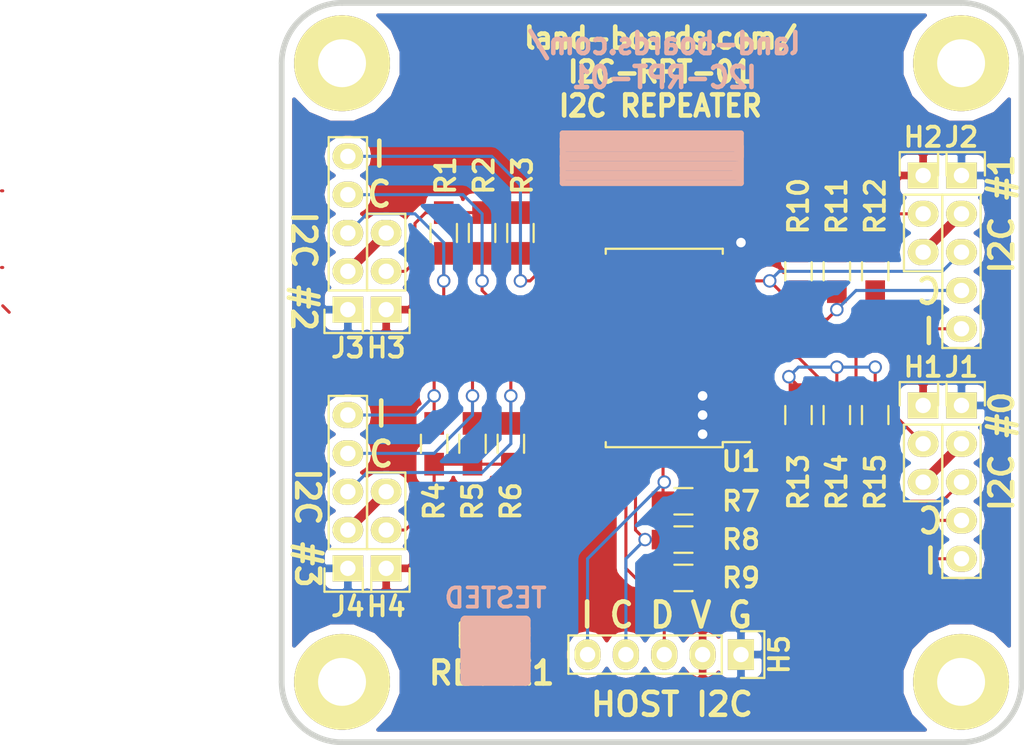
<source format=kicad_pcb>
(kicad_pcb (version 4) (host pcbnew "(after 2015-mar-04 BZR unknown)-product")

  (general
    (links 62)
    (no_connects 0)
    (area 133.617999 71.494801 222.382002 129.3495)
    (thickness 1.6002)
    (drawings 28)
    (tracks 177)
    (zones 0)
    (modules 33)
    (nets 26)
  )

  (page A4)
  (layers
    (0 Front signal)
    (31 Back signal)
    (36 B.SilkS user)
    (37 F.SilkS user)
    (38 B.Mask user)
    (39 F.Mask user)
    (40 Dwgs.User user hide)
    (41 Cmts.User user hide)
    (44 Edge.Cuts user)
  )

  (setup
    (last_trace_width 0.2032)
    (user_trace_width 0.635)
    (trace_clearance 0.254)
    (zone_clearance 0.508)
    (zone_45_only no)
    (trace_min 0.2032)
    (segment_width 0.381)
    (edge_width 0.381)
    (via_size 0.889)
    (via_drill 0.635)
    (via_min_size 0.889)
    (via_min_drill 0.508)
    (uvia_size 0.508)
    (uvia_drill 0.127)
    (uvias_allowed no)
    (uvia_min_size 0.508)
    (uvia_min_drill 0.127)
    (pcb_text_width 0.3048)
    (pcb_text_size 1.524 2.032)
    (mod_edge_width 0.381)
    (mod_text_size 1.27 1.27)
    (mod_text_width 0.254)
    (pad_size 1.6764 1.6764)
    (pad_drill 0.8128)
    (pad_to_mask_clearance 0.254)
    (aux_axis_origin 0 0)
    (visible_elements 7FFFFF7F)
    (pcbplotparams
      (layerselection 0x010f0_80000001)
      (usegerberextensions true)
      (excludeedgelayer true)
      (linewidth 0.150000)
      (plotframeref false)
      (viasonmask false)
      (mode 1)
      (useauxorigin false)
      (hpglpennumber 1)
      (hpglpenspeed 20)
      (hpglpendiameter 15)
      (hpglpenoverlay 0)
      (psnegative false)
      (psa4output false)
      (plotreference true)
      (plotvalue false)
      (plotinvisibletext false)
      (padsonsilk false)
      (subtractmaskfromsilk false)
      (outputformat 1)
      (mirror false)
      (drillshape 0)
      (scaleselection 1)
      (outputdirectory plots/))
  )

  (net 0 "")
  (net 1 "Net-(H1-Pad2)")
  (net 2 "Net-(H1-Pad3)")
  (net 3 "Net-(H2-Pad2)")
  (net 4 "Net-(H2-Pad3)")
  (net 5 "Net-(H3-Pad2)")
  (net 6 "Net-(H3-Pad3)")
  (net 7 "Net-(H4-Pad2)")
  (net 8 "Net-(H4-Pad3)")
  (net 9 GND)
  (net 10 "Net-(J1-Pad3)")
  (net 11 "Net-(J1-Pad4)")
  (net 12 "Net-(J2-Pad3)")
  (net 13 "Net-(J2-Pad4)")
  (net 14 "Net-(J3-Pad3)")
  (net 15 "Net-(J3-Pad4)")
  (net 16 "Net-(J4-Pad3)")
  (net 17 "Net-(J4-Pad4)")
  (net 18 "Net-(H5-Pad3)")
  (net 19 "Net-(H5-Pad4)")
  (net 20 /~IH)
  (net 21 /~I0)
  (net 22 /~I1)
  (net 23 /~I2)
  (net 24 /~I3)
  (net 25 /PWR)

  (net_class Default "This is the default net class."
    (clearance 0.254)
    (trace_width 0.2032)
    (via_dia 0.889)
    (via_drill 0.635)
    (uvia_dia 0.508)
    (uvia_drill 0.127)
    (add_net /PWR)
    (add_net /~I0)
    (add_net /~I1)
    (add_net /~I2)
    (add_net /~I3)
    (add_net /~IH)
    (add_net GND)
    (add_net "Net-(H1-Pad2)")
    (add_net "Net-(H1-Pad3)")
    (add_net "Net-(H2-Pad2)")
    (add_net "Net-(H2-Pad3)")
    (add_net "Net-(H3-Pad2)")
    (add_net "Net-(H3-Pad3)")
    (add_net "Net-(H4-Pad2)")
    (add_net "Net-(H4-Pad3)")
    (add_net "Net-(H5-Pad3)")
    (add_net "Net-(H5-Pad4)")
    (add_net "Net-(J1-Pad3)")
    (add_net "Net-(J1-Pad4)")
    (add_net "Net-(J2-Pad3)")
    (add_net "Net-(J2-Pad4)")
    (add_net "Net-(J3-Pad3)")
    (add_net "Net-(J3-Pad4)")
    (add_net "Net-(J4-Pad3)")
    (add_net "Net-(J4-Pad4)")
  )

  (module FIDUCIAL (layer Front) (tedit 518BF783) (tstamp 557AF8C2)
    (at 194.31 125.73)
    (path /537A5EE1)
    (fp_text reference FID1 (at 0 2.3495) (layer F.SilkS) hide
      (effects (font (size 1.27 1.27) (thickness 0.254)))
    )
    (fp_text value ADAFRUIT_FIDUCIAL (at 0.127 -2.794) (layer F.SilkS) hide
      (effects (font (size 1.016 1.016) (thickness 0.2032)))
    )
    (pad 1 smd circle (at 0 0) (size 1 1) (layers Front F.Mask)
      (solder_mask_margin 1) (clearance 1))
  )

  (module FIDUCIAL (layer Front) (tedit 518BF783) (tstamp 557AF8C7)
    (at 165.1 83.312)
    (path /537A5ED2)
    (fp_text reference FID2 (at 0 2.3495) (layer F.SilkS) hide
      (effects (font (size 1.27 1.27) (thickness 0.254)))
    )
    (fp_text value ADAFRUIT_FIDUCIAL (at 0.127 -2.794) (layer F.SilkS) hide
      (effects (font (size 1.016 1.016) (thickness 0.2032)))
    )
    (pad 1 smd circle (at 0 0) (size 1 1) (layers Front F.Mask)
      (solder_mask_margin 1) (clearance 1))
  )

  (module REV_BLOCK (layer Back) (tedit 50F8397A) (tstamp 557AFABA)
    (at 179.07 90.17)
    (path /537A64A5)
    (fp_text reference ST1 (at 0.508 -3.429) (layer B.SilkS) hide
      (effects (font (size 1.27 1.27) (thickness 0.254)) (justify mirror))
    )
    (fp_text value CONN_1 (at 1.143 -5.715) (layer B.SilkS) hide
      (effects (font (thickness 0.3048)) (justify mirror))
    )
    (fp_line (start -5.334 1.27) (end 6.096 1.27) (layer B.SilkS) (width 0.635))
    (fp_line (start 6.096 1.27) (end 6.096 0.635) (layer B.SilkS) (width 0.635))
    (fp_line (start 6.096 0.635) (end -5.334 0.635) (layer B.SilkS) (width 0.635))
    (fp_line (start -5.334 0.635) (end -5.334 0) (layer B.SilkS) (width 0.635))
    (fp_line (start -5.334 0) (end 6.223 0) (layer B.SilkS) (width 0.635))
    (fp_line (start 6.223 0) (end 6.223 -0.635) (layer B.SilkS) (width 0.635))
    (fp_line (start 6.223 -0.635) (end -5.334 -0.635) (layer B.SilkS) (width 0.635))
    (fp_line (start -5.334 -0.635) (end -5.334 -1.143) (layer B.SilkS) (width 0.635))
    (fp_line (start -5.334 -1.143) (end 6.096 -1.143) (layer B.SilkS) (width 0.635))
    (fp_line (start 6.35 1.778) (end -5.461 1.778) (layer B.SilkS) (width 0.381))
    (fp_line (start -5.461 1.778) (end -5.461 -1.524) (layer B.SilkS) (width 0.381))
    (fp_line (start -5.461 -1.524) (end 6.35 -1.524) (layer B.SilkS) (width 0.381))
    (fp_line (start 6.35 -1.524) (end 6.35 1.778) (layer B.SilkS) (width 0.381))
  )

  (module Resistors_SMD:R_0805_HandSoldering (layer Front) (tedit 55B7B211) (tstamp 557B0568)
    (at 181.61 113.03 180)
    (descr "Resistor SMD 0805, hand soldering")
    (tags "resistor 0805")
    (path /55B8025E)
    (attr smd)
    (fp_text reference R7 (at -3.81 0 180) (layer F.SilkS)
      (effects (font (size 1.27 1.27) (thickness 0.254)))
    )
    (fp_text value 3.3K (at 0 2.1 180) (layer F.SilkS) hide
      (effects (font (size 1 1) (thickness 0.15)))
    )
    (fp_line (start -2.4 -1) (end 2.4 -1) (layer F.CrtYd) (width 0.05))
    (fp_line (start -2.4 1) (end 2.4 1) (layer F.CrtYd) (width 0.05))
    (fp_line (start -2.4 -1) (end -2.4 1) (layer F.CrtYd) (width 0.05))
    (fp_line (start 2.4 -1) (end 2.4 1) (layer F.CrtYd) (width 0.05))
    (fp_line (start 0.6 0.875) (end -0.6 0.875) (layer F.SilkS) (width 0.15))
    (fp_line (start -0.6 -0.875) (end 0.6 -0.875) (layer F.SilkS) (width 0.15))
    (pad 1 smd rect (at -1.35 0 180) (size 1.5 1.3) (layers Front F.Mask)
      (net 25 /PWR))
    (pad 2 smd rect (at 1.35 0 180) (size 1.5 1.3) (layers Front F.Mask)
      (net 20 /~IH))
    (model Resistors_SMD.3dshapes/R_0805_HandSoldering.wrl
      (at (xyz 0 0 0))
      (scale (xyz 1 1 1))
      (rotate (xyz 0 0 0))
    )
  )

  (module Resistors_SMD:R_0805_HandSoldering (layer Front) (tedit 55B7B20F) (tstamp 557B0573)
    (at 181.61 115.57 180)
    (descr "Resistor SMD 0805, hand soldering")
    (tags "resistor 0805")
    (path /55B8022E)
    (attr smd)
    (fp_text reference R8 (at -3.81 0 180) (layer F.SilkS)
      (effects (font (size 1.27 1.27) (thickness 0.254)))
    )
    (fp_text value 3.3K (at 0 2.1 180) (layer F.SilkS) hide
      (effects (font (size 1 1) (thickness 0.15)))
    )
    (fp_line (start -2.4 -1) (end 2.4 -1) (layer F.CrtYd) (width 0.05))
    (fp_line (start -2.4 1) (end 2.4 1) (layer F.CrtYd) (width 0.05))
    (fp_line (start -2.4 -1) (end -2.4 1) (layer F.CrtYd) (width 0.05))
    (fp_line (start 2.4 -1) (end 2.4 1) (layer F.CrtYd) (width 0.05))
    (fp_line (start 0.6 0.875) (end -0.6 0.875) (layer F.SilkS) (width 0.15))
    (fp_line (start -0.6 -0.875) (end 0.6 -0.875) (layer F.SilkS) (width 0.15))
    (pad 1 smd rect (at -1.35 0 180) (size 1.5 1.3) (layers Front F.Mask)
      (net 25 /PWR))
    (pad 2 smd rect (at 1.35 0 180) (size 1.5 1.3) (layers Front F.Mask)
      (net 19 "Net-(H5-Pad4)"))
    (model Resistors_SMD.3dshapes/R_0805_HandSoldering.wrl
      (at (xyz 0 0 0))
      (scale (xyz 1 1 1))
      (rotate (xyz 0 0 0))
    )
  )

  (module Resistors_SMD:R_0805_HandSoldering (layer Front) (tedit 55B7B214) (tstamp 557B057E)
    (at 181.61 118.11 180)
    (descr "Resistor SMD 0805, hand soldering")
    (tags "resistor 0805")
    (path /55B80175)
    (attr smd)
    (fp_text reference R9 (at -3.81 0 360) (layer F.SilkS)
      (effects (font (size 1.27 1.27) (thickness 0.254)))
    )
    (fp_text value 3.3K (at 0 2.1 180) (layer F.SilkS) hide
      (effects (font (size 1 1) (thickness 0.15)))
    )
    (fp_line (start -2.4 -1) (end 2.4 -1) (layer F.CrtYd) (width 0.05))
    (fp_line (start -2.4 1) (end 2.4 1) (layer F.CrtYd) (width 0.05))
    (fp_line (start -2.4 -1) (end -2.4 1) (layer F.CrtYd) (width 0.05))
    (fp_line (start 2.4 -1) (end 2.4 1) (layer F.CrtYd) (width 0.05))
    (fp_line (start 0.6 0.875) (end -0.6 0.875) (layer F.SilkS) (width 0.15))
    (fp_line (start -0.6 -0.875) (end 0.6 -0.875) (layer F.SilkS) (width 0.15))
    (pad 1 smd rect (at -1.35 0 180) (size 1.5 1.3) (layers Front F.Mask)
      (net 25 /PWR))
    (pad 2 smd rect (at 1.35 0 180) (size 1.5 1.3) (layers Front F.Mask)
      (net 18 "Net-(H5-Pad3)"))
    (model Resistors_SMD.3dshapes/R_0805_HandSoldering.wrl
      (at (xyz 0 0 0))
      (scale (xyz 1 1 1))
      (rotate (xyz 0 0 0))
    )
  )

  (module Resistors_SMD:R_0805_HandSoldering (layer Front) (tedit 55B7B53C) (tstamp 557B0589)
    (at 189.23 107.315 270)
    (descr "Resistor SMD 0805, hand soldering")
    (tags "resistor 0805")
    (path /55B950DE)
    (attr smd)
    (fp_text reference R13 (at 4.445 0 270) (layer F.SilkS)
      (effects (font (size 1.27 1.27) (thickness 0.254)))
    )
    (fp_text value 3.3K (at 0 2.1 270) (layer F.SilkS) hide
      (effects (font (size 1 1) (thickness 0.15)))
    )
    (fp_line (start -2.4 -1) (end 2.4 -1) (layer F.CrtYd) (width 0.05))
    (fp_line (start -2.4 1) (end 2.4 1) (layer F.CrtYd) (width 0.05))
    (fp_line (start -2.4 -1) (end -2.4 1) (layer F.CrtYd) (width 0.05))
    (fp_line (start 2.4 -1) (end 2.4 1) (layer F.CrtYd) (width 0.05))
    (fp_line (start 0.6 0.875) (end -0.6 0.875) (layer F.SilkS) (width 0.15))
    (fp_line (start -0.6 -0.875) (end 0.6 -0.875) (layer F.SilkS) (width 0.15))
    (pad 1 smd rect (at -1.35 0 270) (size 1.5 1.3) (layers Front F.Mask)
      (net 1 "Net-(H1-Pad2)"))
    (pad 2 smd rect (at 1.35 0 270) (size 1.5 1.3) (layers Front F.Mask)
      (net 21 /~I0))
    (model Resistors_SMD.3dshapes/R_0805_HandSoldering.wrl
      (at (xyz 0 0 0))
      (scale (xyz 1 1 1))
      (rotate (xyz 0 0 0))
    )
  )

  (module Resistors_SMD:R_0805_HandSoldering (layer Front) (tedit 55B7B54B) (tstamp 557B0594)
    (at 194.31 97.79 270)
    (descr "Resistor SMD 0805, hand soldering")
    (tags "resistor 0805")
    (path /55B95869)
    (attr smd)
    (fp_text reference R12 (at -4.318 0 270) (layer F.SilkS)
      (effects (font (size 1.27 1.27) (thickness 0.254)))
    )
    (fp_text value 3.3K (at 0 2.1 270) (layer F.SilkS) hide
      (effects (font (size 1 1) (thickness 0.15)))
    )
    (fp_line (start -2.4 -1) (end 2.4 -1) (layer F.CrtYd) (width 0.05))
    (fp_line (start -2.4 1) (end 2.4 1) (layer F.CrtYd) (width 0.05))
    (fp_line (start -2.4 -1) (end -2.4 1) (layer F.CrtYd) (width 0.05))
    (fp_line (start 2.4 -1) (end 2.4 1) (layer F.CrtYd) (width 0.05))
    (fp_line (start 0.6 0.875) (end -0.6 0.875) (layer F.SilkS) (width 0.15))
    (fp_line (start -0.6 -0.875) (end 0.6 -0.875) (layer F.SilkS) (width 0.15))
    (pad 1 smd rect (at -1.35 0 270) (size 1.5 1.3) (layers Front F.Mask)
      (net 3 "Net-(H2-Pad2)"))
    (pad 2 smd rect (at 1.35 0 270) (size 1.5 1.3) (layers Front F.Mask)
      (net 22 /~I1))
    (model Resistors_SMD.3dshapes/R_0805_HandSoldering.wrl
      (at (xyz 0 0 0))
      (scale (xyz 1 1 1))
      (rotate (xyz 0 0 0))
    )
  )

  (module Resistors_SMD:R_0805_HandSoldering (layer Front) (tedit 55B7B52D) (tstamp 557B059F)
    (at 170.815 95.25 270)
    (descr "Resistor SMD 0805, hand soldering")
    (tags "resistor 0805")
    (path /55B95AC0)
    (attr smd)
    (fp_text reference R3 (at -3.81 -0.127 450) (layer F.SilkS)
      (effects (font (size 1.27 1.27) (thickness 0.254)))
    )
    (fp_text value 3.3K (at 0 2.1 270) (layer F.SilkS) hide
      (effects (font (size 1 1) (thickness 0.15)))
    )
    (fp_line (start -2.4 -1) (end 2.4 -1) (layer F.CrtYd) (width 0.05))
    (fp_line (start -2.4 1) (end 2.4 1) (layer F.CrtYd) (width 0.05))
    (fp_line (start -2.4 -1) (end -2.4 1) (layer F.CrtYd) (width 0.05))
    (fp_line (start 2.4 -1) (end 2.4 1) (layer F.CrtYd) (width 0.05))
    (fp_line (start 0.6 0.875) (end -0.6 0.875) (layer F.SilkS) (width 0.15))
    (fp_line (start -0.6 -0.875) (end 0.6 -0.875) (layer F.SilkS) (width 0.15))
    (pad 1 smd rect (at -1.35 0 270) (size 1.5 1.3) (layers Front F.Mask)
      (net 5 "Net-(H3-Pad2)"))
    (pad 2 smd rect (at 1.35 0 270) (size 1.5 1.3) (layers Front F.Mask)
      (net 23 /~I2))
    (model Resistors_SMD.3dshapes/R_0805_HandSoldering.wrl
      (at (xyz 0 0 0))
      (scale (xyz 1 1 1))
      (rotate (xyz 0 0 0))
    )
  )

  (module Resistors_SMD:R_0805_HandSoldering (layer Front) (tedit 55B7B531) (tstamp 557B05AA)
    (at 165.1 109.22 90)
    (descr "Resistor SMD 0805, hand soldering")
    (tags "resistor 0805")
    (path /55B95D73)
    (attr smd)
    (fp_text reference R4 (at -3.81 0 90) (layer F.SilkS)
      (effects (font (size 1.27 1.27) (thickness 0.254)))
    )
    (fp_text value 3.3K (at 0 2.1 90) (layer F.SilkS) hide
      (effects (font (size 1 1) (thickness 0.15)))
    )
    (fp_line (start -2.4 -1) (end 2.4 -1) (layer F.CrtYd) (width 0.05))
    (fp_line (start -2.4 1) (end 2.4 1) (layer F.CrtYd) (width 0.05))
    (fp_line (start -2.4 -1) (end -2.4 1) (layer F.CrtYd) (width 0.05))
    (fp_line (start 2.4 -1) (end 2.4 1) (layer F.CrtYd) (width 0.05))
    (fp_line (start 0.6 0.875) (end -0.6 0.875) (layer F.SilkS) (width 0.15))
    (fp_line (start -0.6 -0.875) (end 0.6 -0.875) (layer F.SilkS) (width 0.15))
    (pad 1 smd rect (at -1.35 0 90) (size 1.5 1.3) (layers Front F.Mask)
      (net 7 "Net-(H4-Pad2)"))
    (pad 2 smd rect (at 1.35 0 90) (size 1.5 1.3) (layers Front F.Mask)
      (net 24 /~I3))
    (model Resistors_SMD.3dshapes/R_0805_HandSoldering.wrl
      (at (xyz 0 0 0))
      (scale (xyz 1 1 1))
      (rotate (xyz 0 0 0))
    )
  )

  (module Resistors_SMD:R_0805_HandSoldering (layer Front) (tedit 55B7B53E) (tstamp 557B05B5)
    (at 191.77 107.315 270)
    (descr "Resistor SMD 0805, hand soldering")
    (tags "resistor 0805")
    (path /55B950D8)
    (attr smd)
    (fp_text reference R14 (at 4.445 0 270) (layer F.SilkS)
      (effects (font (size 1.27 1.27) (thickness 0.254)))
    )
    (fp_text value 3.3K (at 0 2.1 270) (layer F.SilkS) hide
      (effects (font (size 1 1) (thickness 0.15)))
    )
    (fp_line (start -2.4 -1) (end 2.4 -1) (layer F.CrtYd) (width 0.05))
    (fp_line (start -2.4 1) (end 2.4 1) (layer F.CrtYd) (width 0.05))
    (fp_line (start -2.4 -1) (end -2.4 1) (layer F.CrtYd) (width 0.05))
    (fp_line (start 2.4 -1) (end 2.4 1) (layer F.CrtYd) (width 0.05))
    (fp_line (start 0.6 0.875) (end -0.6 0.875) (layer F.SilkS) (width 0.15))
    (fp_line (start -0.6 -0.875) (end 0.6 -0.875) (layer F.SilkS) (width 0.15))
    (pad 1 smd rect (at -1.35 0 270) (size 1.5 1.3) (layers Front F.Mask)
      (net 1 "Net-(H1-Pad2)"))
    (pad 2 smd rect (at 1.35 0 270) (size 1.5 1.3) (layers Front F.Mask)
      (net 11 "Net-(J1-Pad4)"))
    (model Resistors_SMD.3dshapes/R_0805_HandSoldering.wrl
      (at (xyz 0 0 0))
      (scale (xyz 1 1 1))
      (rotate (xyz 0 0 0))
    )
  )

  (module Resistors_SMD:R_0805_HandSoldering (layer Front) (tedit 55B7B549) (tstamp 557B05C0)
    (at 191.77 97.79 270)
    (descr "Resistor SMD 0805, hand soldering")
    (tags "resistor 0805")
    (path /55B95863)
    (attr smd)
    (fp_text reference R11 (at -4.318 0 450) (layer F.SilkS)
      (effects (font (size 1.27 1.27) (thickness 0.254)))
    )
    (fp_text value 3.3K (at 0 2.1 270) (layer F.SilkS) hide
      (effects (font (size 1 1) (thickness 0.15)))
    )
    (fp_line (start -2.4 -1) (end 2.4 -1) (layer F.CrtYd) (width 0.05))
    (fp_line (start -2.4 1) (end 2.4 1) (layer F.CrtYd) (width 0.05))
    (fp_line (start -2.4 -1) (end -2.4 1) (layer F.CrtYd) (width 0.05))
    (fp_line (start 2.4 -1) (end 2.4 1) (layer F.CrtYd) (width 0.05))
    (fp_line (start 0.6 0.875) (end -0.6 0.875) (layer F.SilkS) (width 0.15))
    (fp_line (start -0.6 -0.875) (end 0.6 -0.875) (layer F.SilkS) (width 0.15))
    (pad 1 smd rect (at -1.35 0 270) (size 1.5 1.3) (layers Front F.Mask)
      (net 3 "Net-(H2-Pad2)"))
    (pad 2 smd rect (at 1.35 0 270) (size 1.5 1.3) (layers Front F.Mask)
      (net 13 "Net-(J2-Pad4)"))
    (model Resistors_SMD.3dshapes/R_0805_HandSoldering.wrl
      (at (xyz 0 0 0))
      (scale (xyz 1 1 1))
      (rotate (xyz 0 0 0))
    )
  )

  (module Resistors_SMD:R_0805_HandSoldering (layer Front) (tedit 55B7B52B) (tstamp 557B05CB)
    (at 168.275 95.25 270)
    (descr "Resistor SMD 0805, hand soldering")
    (tags "resistor 0805")
    (path /55B95ABA)
    (attr smd)
    (fp_text reference R2 (at -3.81 -0.127 270) (layer F.SilkS)
      (effects (font (size 1.27 1.27) (thickness 0.254)))
    )
    (fp_text value 3.3K (at 0 2.1 270) (layer F.SilkS) hide
      (effects (font (size 1 1) (thickness 0.15)))
    )
    (fp_line (start -2.4 -1) (end 2.4 -1) (layer F.CrtYd) (width 0.05))
    (fp_line (start -2.4 1) (end 2.4 1) (layer F.CrtYd) (width 0.05))
    (fp_line (start -2.4 -1) (end -2.4 1) (layer F.CrtYd) (width 0.05))
    (fp_line (start 2.4 -1) (end 2.4 1) (layer F.CrtYd) (width 0.05))
    (fp_line (start 0.6 0.875) (end -0.6 0.875) (layer F.SilkS) (width 0.15))
    (fp_line (start -0.6 -0.875) (end 0.6 -0.875) (layer F.SilkS) (width 0.15))
    (pad 1 smd rect (at -1.35 0 270) (size 1.5 1.3) (layers Front F.Mask)
      (net 5 "Net-(H3-Pad2)"))
    (pad 2 smd rect (at 1.35 0 270) (size 1.5 1.3) (layers Front F.Mask)
      (net 15 "Net-(J3-Pad4)"))
    (model Resistors_SMD.3dshapes/R_0805_HandSoldering.wrl
      (at (xyz 0 0 0))
      (scale (xyz 1 1 1))
      (rotate (xyz 0 0 0))
    )
  )

  (module Resistors_SMD:R_0805_HandSoldering (layer Front) (tedit 55B7B533) (tstamp 557B05D6)
    (at 167.64 109.22 90)
    (descr "Resistor SMD 0805, hand soldering")
    (tags "resistor 0805")
    (path /55B95D6D)
    (attr smd)
    (fp_text reference R5 (at -3.81 0 90) (layer F.SilkS)
      (effects (font (size 1.27 1.27) (thickness 0.254)))
    )
    (fp_text value 3.3K (at 0 2.1 90) (layer F.SilkS) hide
      (effects (font (size 1 1) (thickness 0.15)))
    )
    (fp_line (start -2.4 -1) (end 2.4 -1) (layer F.CrtYd) (width 0.05))
    (fp_line (start -2.4 1) (end 2.4 1) (layer F.CrtYd) (width 0.05))
    (fp_line (start -2.4 -1) (end -2.4 1) (layer F.CrtYd) (width 0.05))
    (fp_line (start 2.4 -1) (end 2.4 1) (layer F.CrtYd) (width 0.05))
    (fp_line (start 0.6 0.875) (end -0.6 0.875) (layer F.SilkS) (width 0.15))
    (fp_line (start -0.6 -0.875) (end 0.6 -0.875) (layer F.SilkS) (width 0.15))
    (pad 1 smd rect (at -1.35 0 90) (size 1.5 1.3) (layers Front F.Mask)
      (net 7 "Net-(H4-Pad2)"))
    (pad 2 smd rect (at 1.35 0 90) (size 1.5 1.3) (layers Front F.Mask)
      (net 17 "Net-(J4-Pad4)"))
    (model Resistors_SMD.3dshapes/R_0805_HandSoldering.wrl
      (at (xyz 0 0 0))
      (scale (xyz 1 1 1))
      (rotate (xyz 0 0 0))
    )
  )

  (module Resistors_SMD:R_0805_HandSoldering (layer Front) (tedit 55B7B540) (tstamp 557B05E1)
    (at 194.31 107.315 270)
    (descr "Resistor SMD 0805, hand soldering")
    (tags "resistor 0805")
    (path /55B950D2)
    (attr smd)
    (fp_text reference R15 (at 4.445 0 450) (layer F.SilkS)
      (effects (font (size 1.27 1.27) (thickness 0.254)))
    )
    (fp_text value 3.3K (at 0 2.1 270) (layer F.SilkS) hide
      (effects (font (size 1 1) (thickness 0.15)))
    )
    (fp_line (start -2.4 -1) (end 2.4 -1) (layer F.CrtYd) (width 0.05))
    (fp_line (start -2.4 1) (end 2.4 1) (layer F.CrtYd) (width 0.05))
    (fp_line (start -2.4 -1) (end -2.4 1) (layer F.CrtYd) (width 0.05))
    (fp_line (start 2.4 -1) (end 2.4 1) (layer F.CrtYd) (width 0.05))
    (fp_line (start 0.6 0.875) (end -0.6 0.875) (layer F.SilkS) (width 0.15))
    (fp_line (start -0.6 -0.875) (end 0.6 -0.875) (layer F.SilkS) (width 0.15))
    (pad 1 smd rect (at -1.35 0 270) (size 1.5 1.3) (layers Front F.Mask)
      (net 1 "Net-(H1-Pad2)"))
    (pad 2 smd rect (at 1.35 0 270) (size 1.5 1.3) (layers Front F.Mask)
      (net 10 "Net-(J1-Pad3)"))
    (model Resistors_SMD.3dshapes/R_0805_HandSoldering.wrl
      (at (xyz 0 0 0))
      (scale (xyz 1 1 1))
      (rotate (xyz 0 0 0))
    )
  )

  (module MTG-4-40 (layer Front) (tedit 53F3AE25) (tstamp 557B0E94)
    (at 159 84)
    (path /537A5CA4)
    (clearance 0.635)
    (fp_text reference MTG1 (at -6.858 -0.635) (layer F.SilkS) hide
      (effects (font (size 1.27 1.27) (thickness 0.254)))
    )
    (fp_text value MTG_HOLE (at 0 -5.08) (layer F.SilkS) hide
      (effects (font (thickness 0.3048)))
    )
    (pad 1 thru_hole circle (at 0 0) (size 6.35 6.35) (drill 3.175) (layers *.Cu *.Mask F.SilkS))
  )

  (module MTG-4-40 (layer Front) (tedit 53F3AE25) (tstamp 557B0E98)
    (at 200 84)
    (path /538F7580)
    (clearance 0.635)
    (fp_text reference MTG3 (at -6.858 -0.635) (layer F.SilkS) hide
      (effects (font (size 1.27 1.27) (thickness 0.254)))
    )
    (fp_text value MTG_HOLE (at 0 -5.08) (layer F.SilkS) hide
      (effects (font (thickness 0.3048)))
    )
    (pad 1 thru_hole circle (at 0 0) (size 6.35 6.35) (drill 3.175) (layers *.Cu *.Mask F.SilkS))
  )

  (module MTG-4-40 (layer Front) (tedit 53F3AE25) (tstamp 557B0E9C)
    (at 159 125)
    (path /538F757A)
    (clearance 0.635)
    (fp_text reference MTG2 (at -6.858 -0.635) (layer F.SilkS) hide
      (effects (font (size 1.27 1.27) (thickness 0.254)))
    )
    (fp_text value MTG_HOLE (at 0 -5.08) (layer F.SilkS) hide
      (effects (font (thickness 0.3048)))
    )
    (pad 1 thru_hole circle (at 0 0) (size 6.35 6.35) (drill 3.175) (layers *.Cu *.Mask F.SilkS))
  )

  (module MTG-4-40 (layer Front) (tedit 53F3AE25) (tstamp 557B0EA0)
    (at 200 125)
    (path /538F7586)
    (clearance 0.635)
    (fp_text reference MTG4 (at -6.858 -0.635) (layer F.SilkS) hide
      (effects (font (size 1.27 1.27) (thickness 0.254)))
    )
    (fp_text value MTG_HOLE (at 0 -5.08) (layer F.SilkS) hide
      (effects (font (thickness 0.3048)))
    )
    (pad 1 thru_hole circle (at 0 0) (size 6.35 6.35) (drill 3.175) (layers *.Cu *.Mask F.SilkS))
  )

  (module Pin_Headers:Pin_Header_Straight_1x03 (layer Front) (tedit 55B7AD87) (tstamp 55B7829E)
    (at 197.485 106.68)
    (descr "Through hole pin header")
    (tags "pin header")
    (path /55B8B81C)
    (fp_text reference H1 (at 0 -2.54) (layer F.SilkS)
      (effects (font (size 1.27 1.27) (thickness 0.254)))
    )
    (fp_text value CONN_01X03 (at 0 -3.1) (layer F.SilkS) hide
      (effects (font (size 1 1) (thickness 0.15)))
    )
    (fp_line (start -1.75 -1.75) (end -1.75 6.85) (layer F.CrtYd) (width 0.05))
    (fp_line (start 1.75 -1.75) (end 1.75 6.85) (layer F.CrtYd) (width 0.05))
    (fp_line (start -1.75 -1.75) (end 1.75 -1.75) (layer F.CrtYd) (width 0.05))
    (fp_line (start -1.75 6.85) (end 1.75 6.85) (layer F.CrtYd) (width 0.05))
    (fp_line (start -1.27 1.27) (end -1.27 6.35) (layer F.SilkS) (width 0.15))
    (fp_line (start -1.27 6.35) (end 1.27 6.35) (layer F.SilkS) (width 0.15))
    (fp_line (start 1.27 6.35) (end 1.27 1.27) (layer F.SilkS) (width 0.15))
    (fp_line (start 1.55 -1.55) (end 1.55 0) (layer F.SilkS) (width 0.15))
    (fp_line (start 1.27 1.27) (end -1.27 1.27) (layer F.SilkS) (width 0.15))
    (fp_line (start -1.55 0) (end -1.55 -1.55) (layer F.SilkS) (width 0.15))
    (fp_line (start -1.55 -1.55) (end 1.55 -1.55) (layer F.SilkS) (width 0.15))
    (pad 1 thru_hole rect (at 0 0) (size 2.032 1.7272) (drill 1.016) (layers *.Cu *.Mask F.SilkS)
      (net 25 /PWR))
    (pad 2 thru_hole oval (at 0 2.54) (size 2.032 1.7272) (drill 1.016) (layers *.Cu *.Mask F.SilkS)
      (net 1 "Net-(H1-Pad2)"))
    (pad 3 thru_hole oval (at 0 5.08) (size 2.032 1.7272) (drill 1.016) (layers *.Cu *.Mask F.SilkS)
      (net 2 "Net-(H1-Pad3)"))
    (model Pin_Headers.3dshapes/Pin_Header_Straight_1x03.wrl
      (at (xyz 0 -0.1 0))
      (scale (xyz 1 1 1))
      (rotate (xyz 0 0 90))
    )
  )

  (module Pin_Headers:Pin_Header_Straight_1x03 (layer Front) (tedit 55B7ADB1) (tstamp 55B782B0)
    (at 197.485 91.44)
    (descr "Through hole pin header")
    (tags "pin header")
    (path /55B8C6A4)
    (fp_text reference H2 (at 0 -2.54) (layer F.SilkS)
      (effects (font (size 1.27 1.27) (thickness 0.254)))
    )
    (fp_text value CONN_01X03 (at 0 -3.1) (layer F.SilkS) hide
      (effects (font (size 1 1) (thickness 0.15)))
    )
    (fp_line (start -1.75 -1.75) (end -1.75 6.85) (layer F.CrtYd) (width 0.05))
    (fp_line (start 1.75 -1.75) (end 1.75 6.85) (layer F.CrtYd) (width 0.05))
    (fp_line (start -1.75 -1.75) (end 1.75 -1.75) (layer F.CrtYd) (width 0.05))
    (fp_line (start -1.75 6.85) (end 1.75 6.85) (layer F.CrtYd) (width 0.05))
    (fp_line (start -1.27 1.27) (end -1.27 6.35) (layer F.SilkS) (width 0.15))
    (fp_line (start -1.27 6.35) (end 1.27 6.35) (layer F.SilkS) (width 0.15))
    (fp_line (start 1.27 6.35) (end 1.27 1.27) (layer F.SilkS) (width 0.15))
    (fp_line (start 1.55 -1.55) (end 1.55 0) (layer F.SilkS) (width 0.15))
    (fp_line (start 1.27 1.27) (end -1.27 1.27) (layer F.SilkS) (width 0.15))
    (fp_line (start -1.55 0) (end -1.55 -1.55) (layer F.SilkS) (width 0.15))
    (fp_line (start -1.55 -1.55) (end 1.55 -1.55) (layer F.SilkS) (width 0.15))
    (pad 1 thru_hole rect (at 0 0) (size 2.032 1.7272) (drill 1.016) (layers *.Cu *.Mask F.SilkS)
      (net 25 /PWR))
    (pad 2 thru_hole oval (at 0 2.54) (size 2.032 1.7272) (drill 1.016) (layers *.Cu *.Mask F.SilkS)
      (net 3 "Net-(H2-Pad2)"))
    (pad 3 thru_hole oval (at 0 5.08) (size 2.032 1.7272) (drill 1.016) (layers *.Cu *.Mask F.SilkS)
      (net 4 "Net-(H2-Pad3)"))
    (model Pin_Headers.3dshapes/Pin_Header_Straight_1x03.wrl
      (at (xyz 0 -0.1 0))
      (scale (xyz 1 1 1))
      (rotate (xyz 0 0 90))
    )
  )

  (module Pin_Headers:Pin_Header_Straight_1x03 (layer Front) (tedit 55B7B158) (tstamp 55B782C2)
    (at 161.925 100.33 180)
    (descr "Through hole pin header")
    (tags "pin header")
    (path /55B8CC26)
    (fp_text reference H3 (at 0 -2.54 180) (layer F.SilkS)
      (effects (font (size 1.27 1.27) (thickness 0.254)))
    )
    (fp_text value CONN_01X03 (at 0 -3.1 180) (layer F.SilkS) hide
      (effects (font (size 1 1) (thickness 0.15)))
    )
    (fp_line (start -1.75 -1.75) (end -1.75 6.85) (layer F.CrtYd) (width 0.05))
    (fp_line (start 1.75 -1.75) (end 1.75 6.85) (layer F.CrtYd) (width 0.05))
    (fp_line (start -1.75 -1.75) (end 1.75 -1.75) (layer F.CrtYd) (width 0.05))
    (fp_line (start -1.75 6.85) (end 1.75 6.85) (layer F.CrtYd) (width 0.05))
    (fp_line (start -1.27 1.27) (end -1.27 6.35) (layer F.SilkS) (width 0.15))
    (fp_line (start -1.27 6.35) (end 1.27 6.35) (layer F.SilkS) (width 0.15))
    (fp_line (start 1.27 6.35) (end 1.27 1.27) (layer F.SilkS) (width 0.15))
    (fp_line (start 1.55 -1.55) (end 1.55 0) (layer F.SilkS) (width 0.15))
    (fp_line (start 1.27 1.27) (end -1.27 1.27) (layer F.SilkS) (width 0.15))
    (fp_line (start -1.55 0) (end -1.55 -1.55) (layer F.SilkS) (width 0.15))
    (fp_line (start -1.55 -1.55) (end 1.55 -1.55) (layer F.SilkS) (width 0.15))
    (pad 1 thru_hole rect (at 0 0 180) (size 2.032 1.7272) (drill 1.016) (layers *.Cu *.Mask F.SilkS)
      (net 25 /PWR))
    (pad 2 thru_hole oval (at 0 2.54 180) (size 2.032 1.7272) (drill 1.016) (layers *.Cu *.Mask F.SilkS)
      (net 5 "Net-(H3-Pad2)"))
    (pad 3 thru_hole oval (at 0 5.08 180) (size 2.032 1.7272) (drill 1.016) (layers *.Cu *.Mask F.SilkS)
      (net 6 "Net-(H3-Pad3)"))
    (model Pin_Headers.3dshapes/Pin_Header_Straight_1x03.wrl
      (at (xyz 0 -0.1 0))
      (scale (xyz 1 1 1))
      (rotate (xyz 0 0 90))
    )
  )

  (module Pin_Headers:Pin_Header_Straight_1x03 (layer Front) (tedit 55B7B161) (tstamp 55B782D4)
    (at 161.925 117.475 180)
    (descr "Through hole pin header")
    (tags "pin header")
    (path /55B8CE0C)
    (fp_text reference H4 (at 0 -2.54 180) (layer F.SilkS)
      (effects (font (size 1.27 1.27) (thickness 0.254)))
    )
    (fp_text value CONN_01X03 (at 0 -3.1 180) (layer F.SilkS) hide
      (effects (font (size 1 1) (thickness 0.15)))
    )
    (fp_line (start -1.75 -1.75) (end -1.75 6.85) (layer F.CrtYd) (width 0.05))
    (fp_line (start 1.75 -1.75) (end 1.75 6.85) (layer F.CrtYd) (width 0.05))
    (fp_line (start -1.75 -1.75) (end 1.75 -1.75) (layer F.CrtYd) (width 0.05))
    (fp_line (start -1.75 6.85) (end 1.75 6.85) (layer F.CrtYd) (width 0.05))
    (fp_line (start -1.27 1.27) (end -1.27 6.35) (layer F.SilkS) (width 0.15))
    (fp_line (start -1.27 6.35) (end 1.27 6.35) (layer F.SilkS) (width 0.15))
    (fp_line (start 1.27 6.35) (end 1.27 1.27) (layer F.SilkS) (width 0.15))
    (fp_line (start 1.55 -1.55) (end 1.55 0) (layer F.SilkS) (width 0.15))
    (fp_line (start 1.27 1.27) (end -1.27 1.27) (layer F.SilkS) (width 0.15))
    (fp_line (start -1.55 0) (end -1.55 -1.55) (layer F.SilkS) (width 0.15))
    (fp_line (start -1.55 -1.55) (end 1.55 -1.55) (layer F.SilkS) (width 0.15))
    (pad 1 thru_hole rect (at 0 0 180) (size 2.032 1.7272) (drill 1.016) (layers *.Cu *.Mask F.SilkS)
      (net 25 /PWR))
    (pad 2 thru_hole oval (at 0 2.54 180) (size 2.032 1.7272) (drill 1.016) (layers *.Cu *.Mask F.SilkS)
      (net 7 "Net-(H4-Pad2)"))
    (pad 3 thru_hole oval (at 0 5.08 180) (size 2.032 1.7272) (drill 1.016) (layers *.Cu *.Mask F.SilkS)
      (net 8 "Net-(H4-Pad3)"))
    (model Pin_Headers.3dshapes/Pin_Header_Straight_1x03.wrl
      (at (xyz 0 -0.1 0))
      (scale (xyz 1 1 1))
      (rotate (xyz 0 0 90))
    )
  )

  (module Pin_Headers:Pin_Header_Straight_1x05 (layer Front) (tedit 55B7B190) (tstamp 55B782E8)
    (at 200.025 106.68)
    (descr "Through hole pin header")
    (tags "pin header")
    (path /55B80DC0)
    (fp_text reference J1 (at 0 -2.54) (layer F.SilkS)
      (effects (font (size 1.27 1.27) (thickness 0.254)))
    )
    (fp_text value I2CINT-5PIN (at 0 -3.1) (layer F.SilkS) hide
      (effects (font (size 1 1) (thickness 0.15)))
    )
    (fp_line (start -1.55 0) (end -1.55 -1.55) (layer F.SilkS) (width 0.15))
    (fp_line (start -1.55 -1.55) (end 1.55 -1.55) (layer F.SilkS) (width 0.15))
    (fp_line (start 1.55 -1.55) (end 1.55 0) (layer F.SilkS) (width 0.15))
    (fp_line (start -1.75 -1.75) (end -1.75 11.95) (layer F.CrtYd) (width 0.05))
    (fp_line (start 1.75 -1.75) (end 1.75 11.95) (layer F.CrtYd) (width 0.05))
    (fp_line (start -1.75 -1.75) (end 1.75 -1.75) (layer F.CrtYd) (width 0.05))
    (fp_line (start -1.75 11.95) (end 1.75 11.95) (layer F.CrtYd) (width 0.05))
    (fp_line (start 1.27 1.27) (end 1.27 11.43) (layer F.SilkS) (width 0.15))
    (fp_line (start 1.27 11.43) (end -1.27 11.43) (layer F.SilkS) (width 0.15))
    (fp_line (start -1.27 11.43) (end -1.27 1.27) (layer F.SilkS) (width 0.15))
    (fp_line (start 1.27 1.27) (end -1.27 1.27) (layer F.SilkS) (width 0.15))
    (pad 1 thru_hole rect (at 0 0) (size 2.032 1.7272) (drill 1.016) (layers *.Cu *.Mask F.SilkS)
      (net 9 GND))
    (pad 2 thru_hole oval (at 0 2.54) (size 2.032 1.7272) (drill 1.016) (layers *.Cu *.Mask F.SilkS)
      (net 2 "Net-(H1-Pad3)"))
    (pad 3 thru_hole oval (at 0 5.08) (size 2.032 1.7272) (drill 1.016) (layers *.Cu *.Mask F.SilkS)
      (net 10 "Net-(J1-Pad3)"))
    (pad 4 thru_hole oval (at 0 7.62) (size 2.032 1.7272) (drill 1.016) (layers *.Cu *.Mask F.SilkS)
      (net 11 "Net-(J1-Pad4)"))
    (pad 5 thru_hole oval (at 0 10.16) (size 2.032 1.7272) (drill 1.016) (layers *.Cu *.Mask F.SilkS)
      (net 21 /~I0))
    (model Pin_Headers.3dshapes/Pin_Header_Straight_1x05.wrl
      (at (xyz 0 -0.2 0))
      (scale (xyz 1 1 1))
      (rotate (xyz 0 0 90))
    )
  )

  (module Pin_Headers:Pin_Header_Straight_1x05 (layer Front) (tedit 55B7ADB7) (tstamp 55B782FC)
    (at 200.025 91.44)
    (descr "Through hole pin header")
    (tags "pin header")
    (path /55B82EC0)
    (fp_text reference J2 (at 0 -2.54) (layer F.SilkS)
      (effects (font (size 1.27 1.27) (thickness 0.254)))
    )
    (fp_text value I2CINT-5PIN (at 0 -3.1) (layer F.SilkS) hide
      (effects (font (size 1 1) (thickness 0.15)))
    )
    (fp_line (start -1.55 0) (end -1.55 -1.55) (layer F.SilkS) (width 0.15))
    (fp_line (start -1.55 -1.55) (end 1.55 -1.55) (layer F.SilkS) (width 0.15))
    (fp_line (start 1.55 -1.55) (end 1.55 0) (layer F.SilkS) (width 0.15))
    (fp_line (start -1.75 -1.75) (end -1.75 11.95) (layer F.CrtYd) (width 0.05))
    (fp_line (start 1.75 -1.75) (end 1.75 11.95) (layer F.CrtYd) (width 0.05))
    (fp_line (start -1.75 -1.75) (end 1.75 -1.75) (layer F.CrtYd) (width 0.05))
    (fp_line (start -1.75 11.95) (end 1.75 11.95) (layer F.CrtYd) (width 0.05))
    (fp_line (start 1.27 1.27) (end 1.27 11.43) (layer F.SilkS) (width 0.15))
    (fp_line (start 1.27 11.43) (end -1.27 11.43) (layer F.SilkS) (width 0.15))
    (fp_line (start -1.27 11.43) (end -1.27 1.27) (layer F.SilkS) (width 0.15))
    (fp_line (start 1.27 1.27) (end -1.27 1.27) (layer F.SilkS) (width 0.15))
    (pad 1 thru_hole rect (at 0 0) (size 2.032 1.7272) (drill 1.016) (layers *.Cu *.Mask F.SilkS)
      (net 9 GND))
    (pad 2 thru_hole oval (at 0 2.54) (size 2.032 1.7272) (drill 1.016) (layers *.Cu *.Mask F.SilkS)
      (net 4 "Net-(H2-Pad3)"))
    (pad 3 thru_hole oval (at 0 5.08) (size 2.032 1.7272) (drill 1.016) (layers *.Cu *.Mask F.SilkS)
      (net 12 "Net-(J2-Pad3)"))
    (pad 4 thru_hole oval (at 0 7.62) (size 2.032 1.7272) (drill 1.016) (layers *.Cu *.Mask F.SilkS)
      (net 13 "Net-(J2-Pad4)"))
    (pad 5 thru_hole oval (at 0 10.16) (size 2.032 1.7272) (drill 1.016) (layers *.Cu *.Mask F.SilkS)
      (net 22 /~I1))
    (model Pin_Headers.3dshapes/Pin_Header_Straight_1x05.wrl
      (at (xyz 0 -0.2 0))
      (scale (xyz 1 1 1))
      (rotate (xyz 0 0 90))
    )
  )

  (module Pin_Headers:Pin_Header_Straight_1x05 (layer Front) (tedit 55B7B15C) (tstamp 55B78310)
    (at 159.385 100.33 180)
    (descr "Through hole pin header")
    (tags "pin header")
    (path /55B84F02)
    (fp_text reference J3 (at 0 -2.54 180) (layer F.SilkS)
      (effects (font (size 1.27 1.27) (thickness 0.254)))
    )
    (fp_text value I2CINT-5PIN (at 0 -3.1 180) (layer F.SilkS) hide
      (effects (font (size 1 1) (thickness 0.15)))
    )
    (fp_line (start -1.55 0) (end -1.55 -1.55) (layer F.SilkS) (width 0.15))
    (fp_line (start -1.55 -1.55) (end 1.55 -1.55) (layer F.SilkS) (width 0.15))
    (fp_line (start 1.55 -1.55) (end 1.55 0) (layer F.SilkS) (width 0.15))
    (fp_line (start -1.75 -1.75) (end -1.75 11.95) (layer F.CrtYd) (width 0.05))
    (fp_line (start 1.75 -1.75) (end 1.75 11.95) (layer F.CrtYd) (width 0.05))
    (fp_line (start -1.75 -1.75) (end 1.75 -1.75) (layer F.CrtYd) (width 0.05))
    (fp_line (start -1.75 11.95) (end 1.75 11.95) (layer F.CrtYd) (width 0.05))
    (fp_line (start 1.27 1.27) (end 1.27 11.43) (layer F.SilkS) (width 0.15))
    (fp_line (start 1.27 11.43) (end -1.27 11.43) (layer F.SilkS) (width 0.15))
    (fp_line (start -1.27 11.43) (end -1.27 1.27) (layer F.SilkS) (width 0.15))
    (fp_line (start 1.27 1.27) (end -1.27 1.27) (layer F.SilkS) (width 0.15))
    (pad 1 thru_hole rect (at 0 0 180) (size 2.032 1.7272) (drill 1.016) (layers *.Cu *.Mask F.SilkS)
      (net 9 GND))
    (pad 2 thru_hole oval (at 0 2.54 180) (size 2.032 1.7272) (drill 1.016) (layers *.Cu *.Mask F.SilkS)
      (net 6 "Net-(H3-Pad3)"))
    (pad 3 thru_hole oval (at 0 5.08 180) (size 2.032 1.7272) (drill 1.016) (layers *.Cu *.Mask F.SilkS)
      (net 14 "Net-(J3-Pad3)"))
    (pad 4 thru_hole oval (at 0 7.62 180) (size 2.032 1.7272) (drill 1.016) (layers *.Cu *.Mask F.SilkS)
      (net 15 "Net-(J3-Pad4)"))
    (pad 5 thru_hole oval (at 0 10.16 180) (size 2.032 1.7272) (drill 1.016) (layers *.Cu *.Mask F.SilkS)
      (net 23 /~I2))
    (model Pin_Headers.3dshapes/Pin_Header_Straight_1x05.wrl
      (at (xyz 0 -0.2 0))
      (scale (xyz 1 1 1))
      (rotate (xyz 0 0 90))
    )
  )

  (module Pin_Headers:Pin_Header_Straight_1x05 (layer Front) (tedit 55B7B164) (tstamp 55B78324)
    (at 159.385 117.475 180)
    (descr "Through hole pin header")
    (tags "pin header")
    (path /55B852D1)
    (fp_text reference J4 (at 0 -2.54 180) (layer F.SilkS)
      (effects (font (size 1.27 1.27) (thickness 0.254)))
    )
    (fp_text value I2CINT-5PIN (at 0 -3.1 180) (layer F.SilkS) hide
      (effects (font (size 1 1) (thickness 0.15)))
    )
    (fp_line (start -1.55 0) (end -1.55 -1.55) (layer F.SilkS) (width 0.15))
    (fp_line (start -1.55 -1.55) (end 1.55 -1.55) (layer F.SilkS) (width 0.15))
    (fp_line (start 1.55 -1.55) (end 1.55 0) (layer F.SilkS) (width 0.15))
    (fp_line (start -1.75 -1.75) (end -1.75 11.95) (layer F.CrtYd) (width 0.05))
    (fp_line (start 1.75 -1.75) (end 1.75 11.95) (layer F.CrtYd) (width 0.05))
    (fp_line (start -1.75 -1.75) (end 1.75 -1.75) (layer F.CrtYd) (width 0.05))
    (fp_line (start -1.75 11.95) (end 1.75 11.95) (layer F.CrtYd) (width 0.05))
    (fp_line (start 1.27 1.27) (end 1.27 11.43) (layer F.SilkS) (width 0.15))
    (fp_line (start 1.27 11.43) (end -1.27 11.43) (layer F.SilkS) (width 0.15))
    (fp_line (start -1.27 11.43) (end -1.27 1.27) (layer F.SilkS) (width 0.15))
    (fp_line (start 1.27 1.27) (end -1.27 1.27) (layer F.SilkS) (width 0.15))
    (pad 1 thru_hole rect (at 0 0 180) (size 2.032 1.7272) (drill 1.016) (layers *.Cu *.Mask F.SilkS)
      (net 9 GND))
    (pad 2 thru_hole oval (at 0 2.54 180) (size 2.032 1.7272) (drill 1.016) (layers *.Cu *.Mask F.SilkS)
      (net 8 "Net-(H4-Pad3)"))
    (pad 3 thru_hole oval (at 0 5.08 180) (size 2.032 1.7272) (drill 1.016) (layers *.Cu *.Mask F.SilkS)
      (net 16 "Net-(J4-Pad3)"))
    (pad 4 thru_hole oval (at 0 7.62 180) (size 2.032 1.7272) (drill 1.016) (layers *.Cu *.Mask F.SilkS)
      (net 17 "Net-(J4-Pad4)"))
    (pad 5 thru_hole oval (at 0 10.16 180) (size 2.032 1.7272) (drill 1.016) (layers *.Cu *.Mask F.SilkS)
      (net 24 /~I3))
    (model Pin_Headers.3dshapes/Pin_Header_Straight_1x05.wrl
      (at (xyz 0 -0.2 0))
      (scale (xyz 1 1 1))
      (rotate (xyz 0 0 90))
    )
  )

  (module Resistors_SMD:R_0805_HandSoldering (layer Front) (tedit 55B7B548) (tstamp 55B78344)
    (at 189.23 97.79 270)
    (descr "Resistor SMD 0805, hand soldering")
    (tags "resistor 0805")
    (path /55B9585D)
    (attr smd)
    (fp_text reference R10 (at -4.318 0 270) (layer F.SilkS)
      (effects (font (size 1.27 1.27) (thickness 0.254)))
    )
    (fp_text value 3.3K (at 0 2.1 270) (layer F.SilkS) hide
      (effects (font (size 1 1) (thickness 0.15)))
    )
    (fp_line (start -2.4 -1) (end 2.4 -1) (layer F.CrtYd) (width 0.05))
    (fp_line (start -2.4 1) (end 2.4 1) (layer F.CrtYd) (width 0.05))
    (fp_line (start -2.4 -1) (end -2.4 1) (layer F.CrtYd) (width 0.05))
    (fp_line (start 2.4 -1) (end 2.4 1) (layer F.CrtYd) (width 0.05))
    (fp_line (start 0.6 0.875) (end -0.6 0.875) (layer F.SilkS) (width 0.15))
    (fp_line (start -0.6 -0.875) (end 0.6 -0.875) (layer F.SilkS) (width 0.15))
    (pad 1 smd rect (at -1.35 0 270) (size 1.5 1.3) (layers Front F.Mask)
      (net 3 "Net-(H2-Pad2)"))
    (pad 2 smd rect (at 1.35 0 270) (size 1.5 1.3) (layers Front F.Mask)
      (net 12 "Net-(J2-Pad3)"))
    (model Resistors_SMD.3dshapes/R_0805_HandSoldering.wrl
      (at (xyz 0 0 0))
      (scale (xyz 1 1 1))
      (rotate (xyz 0 0 0))
    )
  )

  (module Resistors_SMD:R_0805_HandSoldering (layer Front) (tedit 55B7B52A) (tstamp 55B78350)
    (at 165.735 95.25 270)
    (descr "Resistor SMD 0805, hand soldering")
    (tags "resistor 0805")
    (path /55B95AB4)
    (attr smd)
    (fp_text reference R1 (at -3.81 -0.127 270) (layer F.SilkS)
      (effects (font (size 1.27 1.27) (thickness 0.254)))
    )
    (fp_text value 3.3K (at -2.54 0 360) (layer F.SilkS) hide
      (effects (font (size 1 1) (thickness 0.15)))
    )
    (fp_line (start -2.4 -1) (end 2.4 -1) (layer F.CrtYd) (width 0.05))
    (fp_line (start -2.4 1) (end 2.4 1) (layer F.CrtYd) (width 0.05))
    (fp_line (start -2.4 -1) (end -2.4 1) (layer F.CrtYd) (width 0.05))
    (fp_line (start 2.4 -1) (end 2.4 1) (layer F.CrtYd) (width 0.05))
    (fp_line (start 0.6 0.875) (end -0.6 0.875) (layer F.SilkS) (width 0.15))
    (fp_line (start -0.6 -0.875) (end 0.6 -0.875) (layer F.SilkS) (width 0.15))
    (pad 1 smd rect (at -1.35 0 270) (size 1.5 1.3) (layers Front F.Mask)
      (net 5 "Net-(H3-Pad2)"))
    (pad 2 smd rect (at 1.35 0 270) (size 1.5 1.3) (layers Front F.Mask)
      (net 14 "Net-(J3-Pad3)"))
    (model Resistors_SMD.3dshapes/R_0805_HandSoldering.wrl
      (at (xyz 0 0 0))
      (scale (xyz 1 1 1))
      (rotate (xyz 0 0 0))
    )
  )

  (module Resistors_SMD:R_0805_HandSoldering (layer Front) (tedit 55B7B535) (tstamp 55B7835C)
    (at 170.18 109.22 90)
    (descr "Resistor SMD 0805, hand soldering")
    (tags "resistor 0805")
    (path /55B95D67)
    (attr smd)
    (fp_text reference R6 (at -3.81 0 90) (layer F.SilkS)
      (effects (font (size 1.27 1.27) (thickness 0.254)))
    )
    (fp_text value 3.3K (at 0 2.1 90) (layer F.SilkS) hide
      (effects (font (size 1 1) (thickness 0.15)))
    )
    (fp_line (start -2.4 -1) (end 2.4 -1) (layer F.CrtYd) (width 0.05))
    (fp_line (start -2.4 1) (end 2.4 1) (layer F.CrtYd) (width 0.05))
    (fp_line (start -2.4 -1) (end -2.4 1) (layer F.CrtYd) (width 0.05))
    (fp_line (start 2.4 -1) (end 2.4 1) (layer F.CrtYd) (width 0.05))
    (fp_line (start 0.6 0.875) (end -0.6 0.875) (layer F.SilkS) (width 0.15))
    (fp_line (start -0.6 -0.875) (end 0.6 -0.875) (layer F.SilkS) (width 0.15))
    (pad 1 smd rect (at -1.35 0 90) (size 1.5 1.3) (layers Front F.Mask)
      (net 7 "Net-(H4-Pad2)"))
    (pad 2 smd rect (at 1.35 0 90) (size 1.5 1.3) (layers Front F.Mask)
      (net 16 "Net-(J4-Pad3)"))
    (model Resistors_SMD.3dshapes/R_0805_HandSoldering.wrl
      (at (xyz 0 0 0))
      (scale (xyz 1 1 1))
      (rotate (xyz 0 0 0))
    )
  )

  (module Housings_SOIC:SOIC-20_7.5x12.8mm_Pitch1.27mm (layer Front) (tedit 55B7B31A) (tstamp 55B7835D)
    (at 180.34 102.87 180)
    (descr "20-Lead Plastic Small Outline (SO) - Wide, 7.50 mm Body [SOIC] (see Microchip Packaging Specification 00000049BS.pdf)")
    (tags "SOIC 1.27")
    (path /55B78492)
    (attr smd)
    (fp_text reference U1 (at -5.08 -7.5184 180) (layer F.SilkS)
      (effects (font (size 1.27 1.27) (thickness 0.254)))
    )
    (fp_text value PCA9544A (at 0 7.5 180) (layer F.SilkS) hide
      (effects (font (size 1 1) (thickness 0.15)))
    )
    (fp_line (start -5.95 -6.75) (end -5.95 6.75) (layer F.CrtYd) (width 0.05))
    (fp_line (start 5.95 -6.75) (end 5.95 6.75) (layer F.CrtYd) (width 0.05))
    (fp_line (start -5.95 -6.75) (end 5.95 -6.75) (layer F.CrtYd) (width 0.05))
    (fp_line (start -5.95 6.75) (end 5.95 6.75) (layer F.CrtYd) (width 0.05))
    (fp_line (start -3.875 -6.575) (end -3.875 -6.24) (layer F.SilkS) (width 0.15))
    (fp_line (start 3.875 -6.575) (end 3.875 -6.24) (layer F.SilkS) (width 0.15))
    (fp_line (start 3.875 6.575) (end 3.875 6.24) (layer F.SilkS) (width 0.15))
    (fp_line (start -3.875 6.575) (end -3.875 6.24) (layer F.SilkS) (width 0.15))
    (fp_line (start -3.875 -6.575) (end 3.875 -6.575) (layer F.SilkS) (width 0.15))
    (fp_line (start -3.875 6.575) (end 3.875 6.575) (layer F.SilkS) (width 0.15))
    (fp_line (start -3.875 -6.24) (end -5.675 -6.24) (layer F.SilkS) (width 0.15))
    (pad 1 smd rect (at -4.7 -5.715 180) (size 1.95 0.6) (layers Front F.Mask)
      (net 9 GND))
    (pad 2 smd rect (at -4.7 -4.445 180) (size 1.95 0.6) (layers Front F.Mask)
      (net 9 GND))
    (pad 3 smd rect (at -4.7 -3.175 180) (size 1.95 0.6) (layers Front F.Mask)
      (net 9 GND))
    (pad 4 smd rect (at -4.7 -1.905 180) (size 1.95 0.6) (layers Front F.Mask)
      (net 21 /~I0))
    (pad 5 smd rect (at -4.7 -0.635 180) (size 1.95 0.6) (layers Front F.Mask)
      (net 11 "Net-(J1-Pad4)"))
    (pad 6 smd rect (at -4.7 0.635 180) (size 1.95 0.6) (layers Front F.Mask)
      (net 10 "Net-(J1-Pad3)"))
    (pad 7 smd rect (at -4.7 1.905 180) (size 1.95 0.6) (layers Front F.Mask)
      (net 22 /~I1))
    (pad 8 smd rect (at -4.7 3.175 180) (size 1.95 0.6) (layers Front F.Mask)
      (net 13 "Net-(J2-Pad4)"))
    (pad 9 smd rect (at -4.7 4.445 180) (size 1.95 0.6) (layers Front F.Mask)
      (net 12 "Net-(J2-Pad3)"))
    (pad 10 smd rect (at -4.7 5.715 180) (size 1.95 0.6) (layers Front F.Mask)
      (net 9 GND))
    (pad 11 smd rect (at 4.7 5.715 180) (size 1.95 0.6) (layers Front F.Mask)
      (net 23 /~I2))
    (pad 12 smd rect (at 4.7 4.445 180) (size 1.95 0.6) (layers Front F.Mask)
      (net 15 "Net-(J3-Pad4)"))
    (pad 13 smd rect (at 4.7 3.175 180) (size 1.95 0.6) (layers Front F.Mask)
      (net 14 "Net-(J3-Pad3)"))
    (pad 14 smd rect (at 4.7 1.905 180) (size 1.95 0.6) (layers Front F.Mask)
      (net 24 /~I3))
    (pad 15 smd rect (at 4.7 0.635 180) (size 1.95 0.6) (layers Front F.Mask)
      (net 17 "Net-(J4-Pad4)"))
    (pad 16 smd rect (at 4.7 -0.635 180) (size 1.95 0.6) (layers Front F.Mask)
      (net 16 "Net-(J4-Pad3)"))
    (pad 17 smd rect (at 4.7 -1.905 180) (size 1.95 0.6) (layers Front F.Mask)
      (net 20 /~IH))
    (pad 18 smd rect (at 4.7 -3.175 180) (size 1.95 0.6) (layers Front F.Mask)
      (net 19 "Net-(H5-Pad4)"))
    (pad 19 smd rect (at 4.7 -4.445 180) (size 1.95 0.6) (layers Front F.Mask)
      (net 18 "Net-(H5-Pad3)"))
    (pad 20 smd rect (at 4.7 -5.715 180) (size 1.95 0.6) (layers Front F.Mask)
      (net 25 /PWR))
    (model Housings_SOIC.3dshapes/SOIC-20_7.5x12.8mm_Pitch1.27mm.wrl
      (at (xyz 0 0 0))
      (scale (xyz 1 1 1))
      (rotate (xyz 0 0 0))
    )
  )

  (module Pin_Headers:Pin_Header_Straight_1x05 (layer Front) (tedit 55B7AD8C) (tstamp 55B7883D)
    (at 185.42 123.19 270)
    (descr "Through hole pin header")
    (tags "pin header")
    (path /55B7E083)
    (fp_text reference H5 (at 0 -2.54 270) (layer F.SilkS)
      (effects (font (size 1.27 1.27) (thickness 0.254)))
    )
    (fp_text value I2CINT-5PIN (at 0 -3.1 270) (layer F.SilkS) hide
      (effects (font (size 1 1) (thickness 0.15)))
    )
    (fp_line (start -1.55 0) (end -1.55 -1.55) (layer F.SilkS) (width 0.15))
    (fp_line (start -1.55 -1.55) (end 1.55 -1.55) (layer F.SilkS) (width 0.15))
    (fp_line (start 1.55 -1.55) (end 1.55 0) (layer F.SilkS) (width 0.15))
    (fp_line (start -1.75 -1.75) (end -1.75 11.95) (layer F.CrtYd) (width 0.05))
    (fp_line (start 1.75 -1.75) (end 1.75 11.95) (layer F.CrtYd) (width 0.05))
    (fp_line (start -1.75 -1.75) (end 1.75 -1.75) (layer F.CrtYd) (width 0.05))
    (fp_line (start -1.75 11.95) (end 1.75 11.95) (layer F.CrtYd) (width 0.05))
    (fp_line (start 1.27 1.27) (end 1.27 11.43) (layer F.SilkS) (width 0.15))
    (fp_line (start 1.27 11.43) (end -1.27 11.43) (layer F.SilkS) (width 0.15))
    (fp_line (start -1.27 11.43) (end -1.27 1.27) (layer F.SilkS) (width 0.15))
    (fp_line (start 1.27 1.27) (end -1.27 1.27) (layer F.SilkS) (width 0.15))
    (pad 1 thru_hole rect (at 0 0 270) (size 2.032 1.7272) (drill 1.016) (layers *.Cu *.Mask F.SilkS)
      (net 9 GND))
    (pad 2 thru_hole oval (at 0 2.54 270) (size 2.032 1.7272) (drill 1.016) (layers *.Cu *.Mask F.SilkS)
      (net 25 /PWR))
    (pad 3 thru_hole oval (at 0 5.08 270) (size 2.032 1.7272) (drill 1.016) (layers *.Cu *.Mask F.SilkS)
      (net 18 "Net-(H5-Pad3)"))
    (pad 4 thru_hole oval (at 0 7.62 270) (size 2.032 1.7272) (drill 1.016) (layers *.Cu *.Mask F.SilkS)
      (net 19 "Net-(H5-Pad4)"))
    (pad 5 thru_hole oval (at 0 10.16 270) (size 2.032 1.7272) (drill 1.016) (layers *.Cu *.Mask F.SilkS)
      (net 20 /~IH))
    (model Pin_Headers.3dshapes/Pin_Header_Straight_1x05.wrl
      (at (xyz 0 -0.2 0))
      (scale (xyz 1 1 1))
      (rotate (xyz 0 0 90))
    )
  )

  (module DougsNewMods:TEST_BLK-REAR (layer Front) (tedit 553D0C6F) (tstamp 55B7B37B)
    (at 169.164 122.936)
    (fp_text reference TESTED (at 0 -3.5) (layer B.SilkS)
      (effects (font (size 1.27 1.27) (thickness 0.254)) (justify mirror))
    )
    (fp_text value VAL** (at 0 4) (layer F.SilkS) hide
      (effects (font (thickness 0.3048)))
    )
    (fp_line (start -2 -2) (end 2 -2) (layer B.SilkS) (width 0.65))
    (fp_line (start 2 -2) (end 2 2) (layer B.SilkS) (width 0.65))
    (fp_line (start 2 2) (end -2 2) (layer B.SilkS) (width 0.65))
    (fp_line (start -2 2) (end -2 -2) (layer B.SilkS) (width 0.65))
    (fp_line (start -2 -2) (end -2 -1.5) (layer B.SilkS) (width 0.65))
    (fp_line (start -2 -1.5) (end 2 -1.5) (layer B.SilkS) (width 0.65))
    (fp_line (start 2 -1.5) (end 2 -1) (layer B.SilkS) (width 0.65))
    (fp_line (start 2 -1) (end -2 -1) (layer B.SilkS) (width 0.65))
    (fp_line (start -2 -1) (end -2 -0.5) (layer B.SilkS) (width 0.65))
    (fp_line (start -2 -0.5) (end 2 -0.5) (layer B.SilkS) (width 0.65))
    (fp_line (start 2 -0.5) (end 2 0) (layer B.SilkS) (width 0.65))
    (fp_line (start 2 0) (end -2 0) (layer B.SilkS) (width 0.65))
    (fp_line (start -2 0) (end -2 0.5) (layer B.SilkS) (width 0.65))
    (fp_line (start -2 0.5) (end 1.5 0.5) (layer B.SilkS) (width 0.65))
    (fp_line (start 1.5 0.5) (end 2 0.5) (layer B.SilkS) (width 0.65))
    (fp_line (start 2 0.5) (end 2 1) (layer B.SilkS) (width 0.65))
    (fp_line (start 2 1) (end -2 1) (layer B.SilkS) (width 0.65))
    (fp_line (start -2 1) (end -2 1.5) (layer B.SilkS) (width 0.65))
    (fp_line (start -2 1.5) (end 2 1.5) (layer B.SilkS) (width 0.65))
  )

  (gr_text "I\nC" (at 197.866 100.3046 180) (layer F.SilkS)
    (effects (font (size 1.651 1.524) (thickness 0.3048)))
  )
  (gr_text "I\nC" (at 197.9676 115.5192 180) (layer F.SilkS)
    (effects (font (size 1.651 1.524) (thickness 0.3048)))
  )
  (gr_text "I\nC" (at 161.5948 108.585) (layer F.SilkS)
    (effects (font (size 1.651 1.524) (thickness 0.3048)))
  )
  (gr_text "I\nC" (at 161.4678 91.3638) (layer F.SilkS)
    (effects (font (size 1.651 1.524) (thickness 0.3048)))
  )
  (gr_text "I C D V G" (at 180.4924 120.5738) (layer F.SilkS)
    (effects (font (size 1.651 1.524) (thickness 0.3048)))
  )
  (gr_text "I2C #0" (at 202.692 109.728 90) (layer F.SilkS) (tstamp 55B785FB)
    (effects (font (thickness 0.3048)))
  )
  (gr_text "I2C #1" (at 202.692 93.98 90) (layer F.SilkS) (tstamp 55B785FA)
    (effects (font (thickness 0.3048)))
  )
  (gr_text "I2C #2" (at 156.464 97.79 270) (layer F.SilkS) (tstamp 55B785F9)
    (effects (font (thickness 0.3048)))
  )
  (gr_text "HOST I2C" (at 180.848 126.492) (layer F.SilkS)
    (effects (font (thickness 0.3048)))
  )
  (gr_text "I2C #3" (at 156.718 114.808 270) (layer F.SilkS)
    (effects (font (thickness 0.3048)))
  )
  (dimension 41 (width 0.3048) (layer Dwgs.User)
    (gr_text "41.000 mm" (at 215.6256 104.5 90) (layer Dwgs.User)
      (effects (font (size 2.032 1.524) (thickness 0.3048)))
    )
    (feature1 (pts (xy 200 84) (xy 217.2512 84)))
    (feature2 (pts (xy 200 125) (xy 217.2512 125)))
    (crossbar (pts (xy 214 125) (xy 214 84)))
    (arrow1a (pts (xy 214 84) (xy 214.58642 85.126503)))
    (arrow1b (pts (xy 214 84) (xy 213.41358 85.126503)))
    (arrow2a (pts (xy 214 125) (xy 214.58642 123.873497)))
    (arrow2b (pts (xy 214 125) (xy 213.41358 123.873497)))
  )
  (gr_text "land-boards.com/\nI2C-RPT-01\nI2C REPEATER" (at 180.086 84.582) (layer F.SilkS)
    (effects (font (size 1.397 1.27) (thickness 0.3048)))
  )
  (gr_line (start 184.912 129.032) (end 190.5 129.032) (angle 90) (layer Dwgs.User) (width 0.381))
  (dimension 41 (width 0.3048) (layer Dwgs.User)
    (gr_text "41.000 mm" (at 140.3744 104.5 90) (layer Dwgs.User)
      (effects (font (size 2.032 1.524) (thickness 0.3048)))
    )
    (feature1 (pts (xy 159 84) (xy 138.7488 84)))
    (feature2 (pts (xy 159 125) (xy 138.7488 125)))
    (crossbar (pts (xy 142 125) (xy 142 84)))
    (arrow1a (pts (xy 142 84) (xy 142.58642 85.126503)))
    (arrow1b (pts (xy 142 84) (xy 141.41358 85.126503)))
    (arrow2a (pts (xy 142 125) (xy 142.58642 123.873497)))
    (arrow2b (pts (xy 142 125) (xy 141.41358 123.873497)))
  )
  (dimension 4 (width 0.3048) (layer Dwgs.User)
    (gr_text "4.000 mm" (at 157 73.374401) (layer Dwgs.User)
      (effects (font (size 2.032 1.524) (thickness 0.3048)))
    )
    (feature1 (pts (xy 155 84) (xy 155 71.748801)))
    (feature2 (pts (xy 159 84) (xy 159 71.748801)))
    (crossbar (pts (xy 159 75.000001) (xy 155 75.000001)))
    (arrow1a (pts (xy 155 75.000001) (xy 156.126503 74.413581)))
    (arrow1b (pts (xy 155 75.000001) (xy 156.126503 75.586421)))
    (arrow2a (pts (xy 159 75.000001) (xy 157.873497 74.413581)))
    (arrow2b (pts (xy 159 75.000001) (xy 157.873497 75.586421)))
  )
  (dimension 4 (width 0.3048) (layer Dwgs.User)
    (gr_text "4.000 mm" (at 148.3744 82 90) (layer Dwgs.User)
      (effects (font (size 2.032 1.524) (thickness 0.3048)))
    )
    (feature1 (pts (xy 159 80) (xy 146.7488 80)))
    (feature2 (pts (xy 159 84) (xy 146.7488 84)))
    (crossbar (pts (xy 150 84) (xy 150 80)))
    (arrow1a (pts (xy 150 80) (xy 150.58642 81.126503)))
    (arrow1b (pts (xy 150 80) (xy 149.41358 81.126503)))
    (arrow2a (pts (xy 150 84) (xy 150.58642 82.873497)))
    (arrow2b (pts (xy 150 84) (xy 149.41358 82.873497)))
  )
  (gr_text "land-boards.com/\nI2C-RPT-01" (at 180.34 83.82) (layer B.SilkS)
    (effects (font (size 1.397 1.27) (thickness 0.3048)) (justify mirror))
  )
  (gr_text "PWB\nREV X1" (at 168.91 123.19) (layer F.SilkS)
    (effects (font (thickness 0.3048)))
  )
  (gr_line (start 204 125) (end 204 84) (angle 90) (layer Edge.Cuts) (width 0.381))
  (gr_line (start 159 129) (end 200 129) (angle 90) (layer Edge.Cuts) (width 0.381))
  (gr_line (start 155 84) (end 155 125) (angle 90) (layer Edge.Cuts) (width 0.381))
  (gr_line (start 200 80) (end 159 80) (angle 90) (layer Edge.Cuts) (width 0.381))
  (gr_arc (start 159 125) (end 159 129) (angle 90) (layer Edge.Cuts) (width 0.381))
  (gr_arc (start 200 125) (end 204 125) (angle 90) (layer Edge.Cuts) (width 0.381))
  (gr_arc (start 200 84) (end 200 80) (angle 90) (layer Edge.Cuts) (width 0.381))
  (gr_arc (start 159 84) (end 155 84) (angle 90) (layer Edge.Cuts) (width 0.381))
  (dimension 49 (width 0.3048) (layer Dwgs.User)
    (gr_text "49.000 mm" (at 151.3744 104.5 90) (layer Dwgs.User)
      (effects (font (size 2.032 1.524) (thickness 0.3048)))
    )
    (feature1 (pts (xy 155 80) (xy 149.7488 80)))
    (feature2 (pts (xy 155 129) (xy 149.7488 129)))
    (crossbar (pts (xy 153 129) (xy 153 80)))
    (arrow1a (pts (xy 153 80) (xy 153.58642 81.126503)))
    (arrow1b (pts (xy 153 80) (xy 152.41358 81.126503)))
    (arrow2a (pts (xy 153 129) (xy 153.58642 127.873497)))
    (arrow2b (pts (xy 153 129) (xy 152.41358 127.873497)))
  )
  (dimension 49 (width 0.3048) (layer Dwgs.User)
    (gr_text "49.000 mm" (at 179.5 76.374401) (layer Dwgs.User)
      (effects (font (size 2.032 1.524) (thickness 0.3048)))
    )
    (feature1 (pts (xy 204 80) (xy 204 74.748801)))
    (feature2 (pts (xy 155 80) (xy 155 74.748801)))
    (crossbar (pts (xy 155 78.000001) (xy 204 78.000001)))
    (arrow1a (pts (xy 204 78.000001) (xy 202.873497 78.586421)))
    (arrow1b (pts (xy 204 78.000001) (xy 202.873497 77.413581)))
    (arrow2a (pts (xy 155 78.000001) (xy 156.126503 78.586421)))
    (arrow2b (pts (xy 155 78.000001) (xy 156.126503 77.413581)))
  )

  (segment (start 136.9568 100.504) (end 136.5288 100.076) (width 0.2032) (layer Front) (net 0) (tstamp 557B10C6) (status 30))
  (segment (start 136.4488 97.536) (end 136.5288 97.536) (width 0.2032) (layer Front) (net 0) (tstamp 557B0E13) (status 30))
  (segment (start 136.5288 92.456) (end 136.4488 92.456) (width 0.2032) (layer Front) (net 0) (status 30))
  (segment (start 189.23 105.965) (end 189.23 105.41) (width 0.2032) (layer Front) (net 1))
  (segment (start 189.23 105.41) (end 188.595 104.775) (width 0.2032) (layer Front) (net 1) (tstamp 55B7B148))
  (via (at 188.595 104.775) (size 0.889) (layers Front Back) (net 1))
  (segment (start 188.595 104.775) (end 189.23 104.14) (width 0.2032) (layer Back) (net 1) (tstamp 55B7B14A))
  (segment (start 189.23 104.14) (end 191.77 104.14) (width 0.2032) (layer Back) (net 1) (tstamp 55B7B14B))
  (segment (start 194.31 105.965) (end 194.31 104.14) (width 0.2032) (layer Front) (net 1))
  (segment (start 191.77 104.14) (end 191.77 105.965) (width 0.2032) (layer Front) (net 1) (tstamp 55B7B145))
  (via (at 191.77 104.14) (size 0.889) (layers Front Back) (net 1))
  (segment (start 194.31 104.14) (end 191.77 104.14) (width 0.2032) (layer Back) (net 1) (tstamp 55B7B142))
  (via (at 194.31 104.14) (size 0.889) (layers Front Back) (net 1))
  (segment (start 197.485 109.22) (end 196.215 107.95) (width 0.2032) (layer Front) (net 1))
  (segment (start 195.5 105.965) (end 194.31 105.965) (width 0.2032) (layer Front) (net 1) (tstamp 55B7B13C))
  (segment (start 195.58 106.045) (end 195.5 105.965) (width 0.2032) (layer Front) (net 1) (tstamp 55B7B13B))
  (segment (start 195.58 107.315) (end 195.58 106.045) (width 0.2032) (layer Front) (net 1) (tstamp 55B7B13A))
  (segment (start 196.215 107.95) (end 195.58 107.315) (width 0.2032) (layer Front) (net 1) (tstamp 55B7B139))
  (segment (start 200.025 109.22) (end 197.485 111.76) (width 0.635) (layer Front) (net 2))
  (segment (start 191.77 96.44) (end 189.23 96.44) (width 0.2032) (layer Front) (net 3))
  (segment (start 194.31 96.44) (end 191.77 96.44) (width 0.2032) (layer Front) (net 3))
  (segment (start 197.485 93.98) (end 194.945 93.98) (width 0.2032) (layer Front) (net 3))
  (segment (start 194.31 94.615) (end 194.31 96.44) (width 0.2032) (layer Front) (net 3) (tstamp 55B7AFE4))
  (segment (start 194.945 93.98) (end 194.31 94.615) (width 0.2032) (layer Front) (net 3) (tstamp 55B7AFE3))
  (segment (start 200.025 93.98) (end 197.485 96.52) (width 0.635) (layer Front) (net 4))
  (segment (start 168.275 93.9) (end 170.815 93.9) (width 0.2032) (layer Front) (net 5))
  (segment (start 165.735 93.9) (end 168.275 93.9) (width 0.2032) (layer Front) (net 5))
  (segment (start 161.925 97.79) (end 163.195 97.79) (width 0.2032) (layer Front) (net 5))
  (segment (start 164.545 93.9) (end 165.735 93.9) (width 0.2032) (layer Front) (net 5) (tstamp 55B7AF24))
  (segment (start 163.83 94.615) (end 164.545 93.9) (width 0.2032) (layer Front) (net 5) (tstamp 55B7AF23))
  (segment (start 163.83 97.155) (end 163.83 94.615) (width 0.2032) (layer Front) (net 5) (tstamp 55B7AF22))
  (segment (start 163.195 97.79) (end 163.83 97.155) (width 0.2032) (layer Front) (net 5) (tstamp 55B7AF1F))
  (segment (start 159.385 97.79) (end 161.925 95.25) (width 0.635) (layer Front) (net 6))
  (segment (start 161.925 114.935) (end 163.195 114.935) (width 0.2032) (layer Front) (net 7))
  (segment (start 165.1 113.03) (end 165.1 110.57) (width 0.2032) (layer Front) (net 7) (tstamp 55B7B616))
  (segment (start 163.195 114.935) (end 165.1 113.03) (width 0.2032) (layer Front) (net 7) (tstamp 55B7B614))
  (segment (start 167.64 110.57) (end 170.18 110.57) (width 0.2032) (layer Front) (net 7))
  (segment (start 165.1 110.57) (end 167.64 110.57) (width 0.2032) (layer Front) (net 7))
  (segment (start 159.385 114.935) (end 161.925 112.395) (width 0.635) (layer Front) (net 8) (status 20))
  (segment (start 185.04 108.585) (end 182.88 108.585) (width 0.2032) (layer Front) (net 9))
  (via (at 182.88 108.585) (size 0.889) (layers Front Back) (net 9))
  (segment (start 185.04 107.315) (end 182.88 107.315) (width 0.2032) (layer Front) (net 9))
  (via (at 182.88 107.315) (size 0.889) (layers Front Back) (net 9))
  (segment (start 185.04 106.045) (end 182.88 106.045) (width 0.2032) (layer Front) (net 9))
  (via (at 182.88 106.045) (size 0.889) (layers Front Back) (net 9))
  (segment (start 185.04 97.155) (end 185.04 96.265) (width 0.2032) (layer Front) (net 9))
  (via (at 185.42 95.885) (size 0.889) (layers Front Back) (net 9))
  (segment (start 185.04 96.265) (end 185.42 95.885) (width 0.2032) (layer Front) (net 9) (tstamp 55B7AF5A))
  (segment (start 200.025 111.76) (end 198.755 113.03) (width 0.2032) (layer Front) (net 10))
  (segment (start 194.31 111.125) (end 194.31 108.665) (width 0.2032) (layer Front) (net 10) (tstamp 55B7B135))
  (segment (start 196.215 113.03) (end 194.31 111.125) (width 0.2032) (layer Front) (net 10) (tstamp 55B7B134))
  (segment (start 198.755 113.03) (end 196.215 113.03) (width 0.2032) (layer Front) (net 10) (tstamp 55B7B133))
  (segment (start 185.04 102.235) (end 191.77 102.235) (width 0.2032) (layer Front) (net 10))
  (segment (start 193.12 108.665) (end 194.31 108.665) (width 0.2032) (layer Front) (net 10) (tstamp 55B7B12A))
  (segment (start 193.04 108.585) (end 193.12 108.665) (width 0.2032) (layer Front) (net 10) (tstamp 55B7B129))
  (segment (start 193.04 103.505) (end 193.04 108.585) (width 0.2032) (layer Front) (net 10) (tstamp 55B7B127))
  (segment (start 191.77 102.235) (end 193.04 103.505) (width 0.2032) (layer Front) (net 10) (tstamp 55B7B126))
  (segment (start 200.025 114.3) (end 194.945 114.3) (width 0.2032) (layer Front) (net 11))
  (segment (start 191.77 111.125) (end 191.77 108.665) (width 0.2032) (layer Front) (net 11) (tstamp 55B7B12F))
  (segment (start 194.945 114.3) (end 191.77 111.125) (width 0.2032) (layer Front) (net 11) (tstamp 55B7B12D))
  (segment (start 185.04 103.505) (end 189.23 103.505) (width 0.2032) (layer Front) (net 11))
  (segment (start 190.58 108.665) (end 191.77 108.665) (width 0.2032) (layer Front) (net 11) (tstamp 55B7B123))
  (segment (start 190.5 108.585) (end 190.58 108.665) (width 0.2032) (layer Front) (net 11) (tstamp 55B7B122))
  (segment (start 190.5 104.775) (end 190.5 108.585) (width 0.2032) (layer Front) (net 11) (tstamp 55B7B120))
  (segment (start 189.23 103.505) (end 190.5 104.775) (width 0.2032) (layer Front) (net 11) (tstamp 55B7B11F))
  (segment (start 200.025 96.52) (end 198.755 97.79) (width 0.2032) (layer Back) (net 12))
  (via (at 187.325 98.425) (size 0.889) (layers Front Back) (net 12))
  (segment (start 187.96 97.79) (end 187.325 98.425) (width 0.2032) (layer Back) (net 12) (tstamp 55B7AFDA))
  (segment (start 198.755 97.79) (end 187.96 97.79) (width 0.2032) (layer Back) (net 12) (tstamp 55B7AFD9))
  (segment (start 185.04 98.425) (end 187.325 98.425) (width 0.2032) (layer Front) (net 12))
  (segment (start 188.04 99.14) (end 189.23 99.14) (width 0.2032) (layer Front) (net 12) (tstamp 55B7AFB2))
  (segment (start 187.325 98.425) (end 188.04 99.14) (width 0.2032) (layer Front) (net 12) (tstamp 55B7AFB0))
  (segment (start 200.025 99.06) (end 193.04 99.06) (width 0.2032) (layer Back) (net 13))
  (via (at 191.77 100.33) (size 0.889) (layers Front Back) (net 13))
  (segment (start 193.04 99.06) (end 191.77 100.33) (width 0.2032) (layer Back) (net 13) (tstamp 55B7AFCB))
  (segment (start 185.04 99.695) (end 187.325 99.695) (width 0.2032) (layer Front) (net 13))
  (segment (start 191.77 100.33) (end 191.77 99.14) (width 0.2032) (layer Front) (net 13) (tstamp 55B7AFB9))
  (segment (start 191.135 100.965) (end 191.77 100.33) (width 0.2032) (layer Front) (net 13) (tstamp 55B7AFB8))
  (segment (start 188.595 100.965) (end 191.135 100.965) (width 0.2032) (layer Front) (net 13) (tstamp 55B7AFB6))
  (segment (start 187.325 99.695) (end 188.595 100.965) (width 0.2032) (layer Front) (net 13) (tstamp 55B7AFB5))
  (segment (start 175.64 99.695) (end 173.355 99.695) (width 0.2032) (layer Front) (net 14))
  (segment (start 165.735 99.695) (end 165.735 98.425) (width 0.2032) (layer Front) (net 14) (tstamp 55B7AF54))
  (segment (start 166.37 100.33) (end 165.735 99.695) (width 0.2032) (layer Front) (net 14) (tstamp 55B7AF51))
  (segment (start 172.72 100.33) (end 166.37 100.33) (width 0.2032) (layer Front) (net 14) (tstamp 55B7AF50))
  (segment (start 173.355 99.695) (end 172.72 100.33) (width 0.2032) (layer Front) (net 14) (tstamp 55B7AF4F))
  (segment (start 159.385 95.25) (end 160.655 93.98) (width 0.2032) (layer Back) (net 14))
  (segment (start 165.735 98.425) (end 165.735 96.6) (width 0.2032) (layer Front) (net 14) (tstamp 55B7AF41))
  (via (at 165.735 98.425) (size 0.889) (layers Front Back) (net 14))
  (segment (start 165.735 95.885) (end 165.735 98.425) (width 0.2032) (layer Back) (net 14) (tstamp 55B7AF3E))
  (segment (start 163.83 93.98) (end 165.735 95.885) (width 0.2032) (layer Back) (net 14) (tstamp 55B7AF3D))
  (segment (start 160.655 93.98) (end 163.83 93.98) (width 0.2032) (layer Back) (net 14) (tstamp 55B7AF3C))
  (segment (start 175.64 98.425) (end 173.355 98.425) (width 0.2032) (layer Front) (net 15))
  (segment (start 168.275 99.06) (end 168.275 98.425) (width 0.2032) (layer Front) (net 15) (tstamp 55B7AF4C))
  (segment (start 168.91 99.695) (end 168.275 99.06) (width 0.2032) (layer Front) (net 15) (tstamp 55B7AF4B))
  (segment (start 172.085 99.695) (end 168.91 99.695) (width 0.2032) (layer Front) (net 15) (tstamp 55B7AF4A))
  (segment (start 173.355 98.425) (end 172.085 99.695) (width 0.2032) (layer Front) (net 15) (tstamp 55B7AF49))
  (segment (start 159.385 92.71) (end 167.005 92.71) (width 0.2032) (layer Back) (net 15))
  (segment (start 168.275 98.425) (end 168.275 96.6) (width 0.2032) (layer Front) (net 15) (tstamp 55B7AF39))
  (via (at 168.275 98.425) (size 0.889) (layers Front Back) (net 15))
  (segment (start 168.275 93.98) (end 168.275 98.425) (width 0.2032) (layer Back) (net 15) (tstamp 55B7AF36))
  (segment (start 167.005 92.71) (end 168.275 93.98) (width 0.2032) (layer Back) (net 15) (tstamp 55B7AF34))
  (segment (start 159.385 112.395) (end 160.655 111.125) (width 0.2032) (layer Back) (net 16))
  (segment (start 170.18 109.22) (end 170.18 106.045) (width 0.2032) (layer Back) (net 16) (tstamp 55B7B610))
  (segment (start 168.275 111.125) (end 170.18 109.22) (width 0.2032) (layer Back) (net 16) (tstamp 55B7B60E))
  (segment (start 160.655 111.125) (end 168.275 111.125) (width 0.2032) (layer Back) (net 16) (tstamp 55B7B60D))
  (segment (start 175.64 103.505) (end 170.815 103.505) (width 0.2032) (layer Front) (net 16))
  (segment (start 170.815 103.505) (end 170.18 104.14) (width 0.2032) (layer Front) (net 16) (tstamp 55B7AFA5))
  (segment (start 170.18 104.14) (end 170.18 106.045) (width 0.2032) (layer Front) (net 16) (tstamp 55B7AFA6))
  (segment (start 170.18 106.045) (end 170.18 107.87) (width 0.2032) (layer Front) (net 16) (tstamp 55B7AF79))
  (via (at 170.18 106.045) (size 0.889) (layers Front Back) (net 16))
  (segment (start 159.385 109.855) (end 165.1 109.855) (width 0.2032) (layer Back) (net 17))
  (segment (start 167.64 107.315) (end 167.64 106.045) (width 0.2032) (layer Back) (net 17) (tstamp 55B7B609))
  (segment (start 165.1 109.855) (end 167.64 107.315) (width 0.2032) (layer Back) (net 17) (tstamp 55B7B607))
  (segment (start 175.64 102.235) (end 168.91 102.235) (width 0.2032) (layer Front) (net 17))
  (segment (start 168.91 102.235) (end 167.64 103.505) (width 0.2032) (layer Front) (net 17) (tstamp 55B7AFA0))
  (segment (start 167.64 103.505) (end 167.64 106.045) (width 0.2032) (layer Front) (net 17) (tstamp 55B7AFA1))
  (segment (start 167.64 106.045) (end 167.64 107.87) (width 0.2032) (layer Front) (net 17) (tstamp 55B7AF81))
  (via (at 167.64 106.045) (size 0.889) (layers Front Back) (net 17))
  (segment (start 175.64 107.315) (end 177.165 107.315) (width 0.2032) (layer Front) (net 18))
  (segment (start 178.435 118.11) (end 180.26 118.11) (width 0.2032) (layer Front) (net 18) (tstamp 55B7B0F6))
  (segment (start 177.8 117.475) (end 178.435 118.11) (width 0.2032) (layer Front) (net 18) (tstamp 55B7B0F5))
  (segment (start 177.8 107.95) (end 177.8 117.475) (width 0.2032) (layer Front) (net 18) (tstamp 55B7B0F4))
  (segment (start 177.165 107.315) (end 177.8 107.95) (width 0.2032) (layer Front) (net 18) (tstamp 55B7B0F3))
  (segment (start 180.34 123.19) (end 180.34 118.19) (width 0.2032) (layer Front) (net 18))
  (segment (start 180.34 118.19) (end 180.26 118.11) (width 0.2032) (layer Front) (net 18) (tstamp 55B7B0D0))
  (segment (start 177.8 123.19) (end 177.8 116.84) (width 0.2032) (layer Back) (net 19))
  (via (at 179.07 115.57) (size 0.889) (layers Front Back) (net 19))
  (segment (start 177.8 116.84) (end 179.07 115.57) (width 0.2032) (layer Back) (net 19) (tstamp 55B7B101))
  (segment (start 180.26 115.57) (end 179.07 115.57) (width 0.2032) (layer Front) (net 19))
  (segment (start 179.07 115.57) (end 178.435 114.935) (width 0.2032) (layer Front) (net 19) (tstamp 55B7B0EC))
  (segment (start 178.435 107.315) (end 177.165 106.045) (width 0.2032) (layer Front) (net 19) (tstamp 55B7B0EE))
  (segment (start 178.435 114.935) (end 178.435 107.315) (width 0.2032) (layer Front) (net 19) (tstamp 55B7B0ED))
  (segment (start 177.165 106.045) (end 175.64 106.045) (width 0.2032) (layer Front) (net 19) (tstamp 55B7B0E9))
  (segment (start 175.26 123.19) (end 175.26 116.84) (width 0.2032) (layer Back) (net 20))
  (segment (start 180.34 111.76) (end 180.26 111.76) (width 0.2032) (layer Front) (net 20) (tstamp 55B7B0FC))
  (via (at 180.34 111.76) (size 0.889) (layers Front Back) (net 20))
  (segment (start 175.26 116.84) (end 180.34 111.76) (width 0.2032) (layer Back) (net 20) (tstamp 55B7B0F9))
  (segment (start 180.26 113.03) (end 180.26 111.76) (width 0.2032) (layer Front) (net 20))
  (segment (start 180.26 111.76) (end 180.26 107.87) (width 0.2032) (layer Front) (net 20) (tstamp 55B7B0FF))
  (segment (start 177.165 104.775) (end 175.64 104.775) (width 0.2032) (layer Front) (net 20) (tstamp 55B7B0DE))
  (segment (start 180.26 107.87) (end 177.165 104.775) (width 0.2032) (layer Front) (net 20) (tstamp 55B7B0DC))
  (segment (start 185.04 104.775) (end 186.69 104.775) (width 0.2032) (layer Front) (net 21))
  (segment (start 188.04 108.665) (end 189.23 108.665) (width 0.2032) (layer Front) (net 21) (tstamp 55B7B11C))
  (segment (start 187.325 107.95) (end 188.04 108.665) (width 0.2032) (layer Front) (net 21) (tstamp 55B7B11B))
  (segment (start 187.325 105.41) (end 187.325 107.95) (width 0.2032) (layer Front) (net 21) (tstamp 55B7B11A))
  (segment (start 186.69 104.775) (end 187.325 105.41) (width 0.2032) (layer Front) (net 21) (tstamp 55B7B119))
  (segment (start 200.025 116.84) (end 193.04 116.84) (width 0.2032) (layer Front) (net 21))
  (segment (start 189.23 113.03) (end 189.23 108.665) (width 0.2032) (layer Front) (net 21) (tstamp 55B7B115))
  (segment (start 193.04 116.84) (end 189.23 113.03) (width 0.2032) (layer Front) (net 21) (tstamp 55B7B113))
  (segment (start 200.025 101.6) (end 194.945 101.6) (width 0.2032) (layer Front) (net 22))
  (segment (start 194.945 101.6) (end 194.31 100.965) (width 0.2032) (layer Front) (net 22) (tstamp 55B7AFC4))
  (segment (start 185.04 100.965) (end 186.69 100.965) (width 0.2032) (layer Front) (net 22))
  (segment (start 194.31 100.965) (end 194.31 99.14) (width 0.2032) (layer Front) (net 22) (tstamp 55B7AFC1))
  (segment (start 193.675 101.6) (end 194.31 100.965) (width 0.2032) (layer Front) (net 22) (tstamp 55B7AFC0))
  (segment (start 187.325 101.6) (end 193.675 101.6) (width 0.2032) (layer Front) (net 22) (tstamp 55B7AFBF))
  (segment (start 186.69 100.965) (end 187.325 101.6) (width 0.2032) (layer Front) (net 22) (tstamp 55B7AFBE))
  (segment (start 170.815 98.425) (end 171.45 98.425) (width 0.2032) (layer Front) (net 23))
  (segment (start 172.72 97.155) (end 175.64 97.155) (width 0.2032) (layer Front) (net 23) (tstamp 55B7AF45))
  (segment (start 171.45 98.425) (end 172.72 97.155) (width 0.2032) (layer Front) (net 23) (tstamp 55B7AF44))
  (segment (start 159.385 90.17) (end 168.91 90.17) (width 0.2032) (layer Back) (net 23))
  (segment (start 170.815 98.425) (end 170.815 96.6) (width 0.2032) (layer Front) (net 23) (tstamp 55B7AF31))
  (via (at 170.815 98.425) (size 0.889) (layers Front Back) (net 23))
  (segment (start 170.815 92.075) (end 170.815 98.425) (width 0.2032) (layer Back) (net 23) (tstamp 55B7AF2E))
  (segment (start 168.91 90.17) (end 170.815 92.075) (width 0.2032) (layer Back) (net 23) (tstamp 55B7AF2C))
  (segment (start 159.385 107.315) (end 163.83 107.315) (width 0.2032) (layer Back) (net 24))
  (segment (start 163.83 107.315) (end 165.1 106.045) (width 0.2032) (layer Back) (net 24) (tstamp 55B7B603))
  (segment (start 175.64 100.965) (end 173.355 100.965) (width 0.2032) (layer Front) (net 24))
  (segment (start 173.355 100.965) (end 172.72 101.6) (width 0.2032) (layer Front) (net 24) (tstamp 55B7AF97))
  (segment (start 172.72 101.6) (end 167.005 101.6) (width 0.2032) (layer Front) (net 24) (tstamp 55B7AF98))
  (segment (start 167.005 101.6) (end 165.1 103.505) (width 0.2032) (layer Front) (net 24) (tstamp 55B7AF9A))
  (segment (start 165.1 103.505) (end 165.1 106.045) (width 0.2032) (layer Front) (net 24) (tstamp 55B7AF9C))
  (segment (start 165.1 106.045) (end 165.1 107.87) (width 0.2032) (layer Front) (net 24) (tstamp 55B7AF8A))
  (via (at 165.1 106.045) (size 0.889) (layers Front Back) (net 24))
  (segment (start 182.96 115.57) (end 182.96 113.03) (width 0.2032) (layer Front) (net 25))
  (segment (start 182.96 118.11) (end 182.96 115.57) (width 0.2032) (layer Front) (net 25))
  (segment (start 182.88 123.19) (end 182.88 118.19) (width 0.2032) (layer Front) (net 25))
  (segment (start 182.88 118.19) (end 182.96 118.11) (width 0.2032) (layer Front) (net 25) (tstamp 55B7B0C9))

  (zone (net 9) (net_name GND) (layer Back) (tstamp 55B7AF0E) (hatch edge 0.508)
    (connect_pads (clearance 0.508))
    (min_thickness 0.254)
    (fill yes (arc_segments 16) (thermal_gap 0.508) (thermal_bridge_width 0.508))
    (polygon
      (pts
        (xy 158.75 80.01) (xy 199.39 80.01) (xy 203.835 84.455) (xy 203.835 124.46) (xy 199.39 128.905)
        (xy 158.75 128.905) (xy 154.94 125.095) (xy 154.94 84.455)
      )
    )
    (filled_polygon
      (pts
        (xy 203.1745 122.607421) (xy 202.233043 121.66432) (xy 201.708345 121.446446) (xy 201.708345 116.84) (xy 201.594271 116.266511)
        (xy 201.269415 115.78033) (xy 200.954634 115.57) (xy 201.269415 115.35967) (xy 201.594271 114.873489) (xy 201.708345 114.3)
        (xy 201.594271 113.726511) (xy 201.269415 113.24033) (xy 200.954634 113.03) (xy 201.269415 112.81967) (xy 201.594271 112.333489)
        (xy 201.708345 111.76) (xy 201.594271 111.186511) (xy 201.269415 110.70033) (xy 200.954634 110.49) (xy 201.269415 110.27967)
        (xy 201.594271 109.793489) (xy 201.708345 109.22) (xy 201.708345 101.6) (xy 201.594271 101.026511) (xy 201.269415 100.54033)
        (xy 200.954634 100.33) (xy 201.269415 100.11967) (xy 201.594271 99.633489) (xy 201.708345 99.06) (xy 201.594271 98.486511)
        (xy 201.269415 98.00033) (xy 200.954634 97.79) (xy 201.269415 97.57967) (xy 201.594271 97.093489) (xy 201.708345 96.52)
        (xy 201.594271 95.946511) (xy 201.269415 95.46033) (xy 200.954634 95.25) (xy 201.269415 95.03967) (xy 201.594271 94.553489)
        (xy 201.708345 93.98) (xy 201.594271 93.406511) (xy 201.269415 92.92033) (xy 201.247219 92.905499) (xy 201.400698 92.841927)
        (xy 201.579327 92.663299) (xy 201.676 92.42991) (xy 201.676 92.177291) (xy 201.676 91.72575) (xy 201.676 91.15425)
        (xy 201.676 90.702709) (xy 201.676 90.45009) (xy 201.579327 90.216701) (xy 201.400698 90.038073) (xy 201.167309 89.9414)
        (xy 200.31075 89.9414) (xy 200.152 90.10015) (xy 200.152 91.313) (xy 201.51725 91.313) (xy 201.676 91.15425)
        (xy 201.676 91.72575) (xy 201.51725 91.567) (xy 200.152 91.567) (xy 200.152 91.587) (xy 199.898 91.587)
        (xy 199.898 91.567) (xy 199.878 91.567) (xy 199.878 91.313) (xy 199.898 91.313) (xy 199.898 90.10015)
        (xy 199.73925 89.9414) (xy 198.882691 89.9414) (xy 198.766315 89.989604) (xy 198.75064 89.979023) (xy 198.501 89.92896)
        (xy 196.469 89.92896) (xy 196.226877 89.975937) (xy 196.014073 90.115727) (xy 195.871623 90.32676) (xy 195.82156 90.5764)
        (xy 195.82156 92.3036) (xy 195.868537 92.545723) (xy 196.008327 92.758527) (xy 196.21936 92.900977) (xy 196.257962 92.908718)
        (xy 196.240585 92.92033) (xy 195.915729 93.406511) (xy 195.801655 93.98) (xy 195.915729 94.553489) (xy 196.240585 95.03967)
        (xy 196.555365 95.25) (xy 196.240585 95.46033) (xy 195.915729 95.946511) (xy 195.801655 96.52) (xy 195.907754 97.0534)
        (xy 187.96 97.0534) (xy 187.678115 97.10947) (xy 187.439145 97.269145) (xy 187.362757 97.345532) (xy 187.111216 97.345313)
        (xy 186.714311 97.509311) (xy 186.410378 97.812714) (xy 186.245687 98.209332) (xy 186.245313 98.638784) (xy 186.409311 99.035689)
        (xy 186.712714 99.339622) (xy 187.109332 99.504313) (xy 187.538784 99.504687) (xy 187.935689 99.340689) (xy 188.239622 99.037286)
        (xy 188.404313 98.640668) (xy 188.404412 98.5266) (xy 192.537919 98.5266) (xy 192.519145 98.539145) (xy 191.807757 99.250532)
        (xy 191.556216 99.250313) (xy 191.159311 99.414311) (xy 190.855378 99.717714) (xy 190.690687 100.114332) (xy 190.690313 100.543784)
        (xy 190.854311 100.940689) (xy 191.157714 101.244622) (xy 191.554332 101.409313) (xy 191.983784 101.409687) (xy 192.380689 101.245689)
        (xy 192.684622 100.942286) (xy 192.849313 100.545668) (xy 192.849533 100.292176) (xy 193.34511 99.7966) (xy 198.564716 99.7966)
        (xy 198.780585 100.11967) (xy 199.095365 100.33) (xy 198.780585 100.54033) (xy 198.455729 101.026511) (xy 198.341655 101.6)
        (xy 198.455729 102.173489) (xy 198.780585 102.65967) (xy 199.266766 102.984526) (xy 199.840255 103.0986) (xy 200.209745 103.0986)
        (xy 200.783234 102.984526) (xy 201.269415 102.65967) (xy 201.594271 102.173489) (xy 201.708345 101.6) (xy 201.708345 109.22)
        (xy 201.594271 108.646511) (xy 201.269415 108.16033) (xy 201.247219 108.145499) (xy 201.400698 108.081927) (xy 201.579327 107.903299)
        (xy 201.676 107.66991) (xy 201.676 107.417291) (xy 201.676 106.96575) (xy 201.676 106.39425) (xy 201.676 105.942709)
        (xy 201.676 105.69009) (xy 201.579327 105.456701) (xy 201.400698 105.278073) (xy 201.167309 105.1814) (xy 200.31075 105.1814)
        (xy 200.152 105.34015) (xy 200.152 106.553) (xy 201.51725 106.553) (xy 201.676 106.39425) (xy 201.676 106.96575)
        (xy 201.51725 106.807) (xy 200.152 106.807) (xy 200.152 106.827) (xy 199.898 106.827) (xy 199.898 106.807)
        (xy 199.878 106.807) (xy 199.878 106.553) (xy 199.898 106.553) (xy 199.898 105.34015) (xy 199.73925 105.1814)
        (xy 198.882691 105.1814) (xy 198.766315 105.229604) (xy 198.75064 105.219023) (xy 198.501 105.16896) (xy 196.469 105.16896)
        (xy 196.226877 105.215937) (xy 196.014073 105.355727) (xy 195.871623 105.56676) (xy 195.82156 105.8164) (xy 195.82156 107.5436)
        (xy 195.868537 107.785723) (xy 196.008327 107.998527) (xy 196.21936 108.140977) (xy 196.257962 108.148718) (xy 196.240585 108.16033)
        (xy 195.915729 108.646511) (xy 195.801655 109.22) (xy 195.915729 109.793489) (xy 196.240585 110.27967) (xy 196.555365 110.49)
        (xy 196.240585 110.70033) (xy 195.915729 111.186511) (xy 195.801655 111.76) (xy 195.915729 112.333489) (xy 196.240585 112.81967)
        (xy 196.726766 113.144526) (xy 197.300255 113.2586) (xy 197.669745 113.2586) (xy 198.243234 113.144526) (xy 198.729415 112.81967)
        (xy 198.755 112.781379) (xy 198.780585 112.81967) (xy 199.095365 113.03) (xy 198.780585 113.24033) (xy 198.455729 113.726511)
        (xy 198.341655 114.3) (xy 198.455729 114.873489) (xy 198.780585 115.35967) (xy 199.095365 115.57) (xy 198.780585 115.78033)
        (xy 198.455729 116.266511) (xy 198.341655 116.84) (xy 198.455729 117.413489) (xy 198.780585 117.89967) (xy 199.266766 118.224526)
        (xy 199.840255 118.3386) (xy 200.209745 118.3386) (xy 200.783234 118.224526) (xy 201.269415 117.89967) (xy 201.594271 117.413489)
        (xy 201.708345 116.84) (xy 201.708345 121.446446) (xy 200.786553 121.063685) (xy 199.220318 121.062318) (xy 197.772782 121.660428)
        (xy 196.66432 122.766957) (xy 196.063685 124.213447) (xy 196.062318 125.779682) (xy 196.660428 127.227218) (xy 197.606058 128.1745)
        (xy 195.389687 128.1745) (xy 195.389687 103.926216) (xy 195.225689 103.529311) (xy 194.922286 103.225378) (xy 194.525668 103.060687)
        (xy 194.096216 103.060313) (xy 193.699311 103.224311) (xy 193.519909 103.4034) (xy 192.559997 103.4034) (xy 192.382286 103.225378)
        (xy 191.985668 103.060687) (xy 191.556216 103.060313) (xy 191.159311 103.224311) (xy 190.979909 103.4034) (xy 189.23 103.4034)
        (xy 188.948115 103.45947) (xy 188.709145 103.619145) (xy 188.632757 103.695532) (xy 188.381216 103.695313) (xy 187.984311 103.859311)
        (xy 187.680378 104.162714) (xy 187.515687 104.559332) (xy 187.515313 104.988784) (xy 187.679311 105.385689) (xy 187.982714 105.689622)
        (xy 188.379332 105.854313) (xy 188.808784 105.854687) (xy 189.205689 105.690689) (xy 189.509622 105.387286) (xy 189.674313 104.990668)
        (xy 189.674412 104.8766) (xy 190.980002 104.8766) (xy 191.157714 105.054622) (xy 191.554332 105.219313) (xy 191.983784 105.219687)
        (xy 192.380689 105.055689) (xy 192.56009 104.8766) (xy 193.520002 104.8766) (xy 193.697714 105.054622) (xy 194.094332 105.219313)
        (xy 194.523784 105.219687) (xy 194.920689 105.055689) (xy 195.224622 104.752286) (xy 195.389313 104.355668) (xy 195.389687 103.926216)
        (xy 195.389687 128.1745) (xy 186.9186 128.1745) (xy 186.9186 124.332309) (xy 186.9186 123.47575) (xy 186.9186 122.90425)
        (xy 186.9186 122.047691) (xy 186.821927 121.814302) (xy 186.643299 121.635673) (xy 186.40991 121.539) (xy 186.157291 121.539)
        (xy 185.70575 121.539) (xy 185.547 121.69775) (xy 185.547 123.063) (xy 186.75985 123.063) (xy 186.9186 122.90425)
        (xy 186.9186 123.47575) (xy 186.75985 123.317) (xy 185.547 123.317) (xy 185.547 124.68225) (xy 185.70575 124.841)
        (xy 186.157291 124.841) (xy 186.40991 124.841) (xy 186.643299 124.744327) (xy 186.821927 124.565698) (xy 186.9186 124.332309)
        (xy 186.9186 128.1745) (xy 185.293 128.1745) (xy 185.293 124.68225) (xy 185.293 123.317) (xy 185.273 123.317)
        (xy 185.273 123.063) (xy 185.293 123.063) (xy 185.293 121.69775) (xy 185.13425 121.539) (xy 184.682709 121.539)
        (xy 184.43009 121.539) (xy 184.196701 121.635673) (xy 184.018073 121.814302) (xy 183.9545 121.96778) (xy 183.93967 121.945585)
        (xy 183.453489 121.620729) (xy 182.88 121.506655) (xy 182.306511 121.620729) (xy 181.82033 121.945585) (xy 181.61 122.260365)
        (xy 181.39967 121.945585) (xy 180.913489 121.620729) (xy 180.34 121.506655) (xy 179.766511 121.620729) (xy 179.28033 121.945585)
        (xy 179.07 122.260365) (xy 178.85967 121.945585) (xy 178.5366 121.729716) (xy 178.5366 117.14511) (xy 179.032242 116.649467)
        (xy 179.283784 116.649687) (xy 179.680689 116.485689) (xy 179.984622 116.182286) (xy 180.149313 115.785668) (xy 180.149687 115.356216)
        (xy 179.985689 114.959311) (xy 179.682286 114.655378) (xy 179.285668 114.490687) (xy 178.856216 114.490313) (xy 178.507176 114.634533)
        (xy 180.302242 112.839467) (xy 180.553784 112.839687) (xy 180.950689 112.675689) (xy 181.254622 112.372286) (xy 181.419313 111.975668)
        (xy 181.419687 111.546216) (xy 181.255689 111.149311) (xy 180.952286 110.845378) (xy 180.555668 110.680687) (xy 180.126216 110.680313)
        (xy 179.729311 110.844311) (xy 179.425378 111.147714) (xy 179.260687 111.544332) (xy 179.260466 111.797823) (xy 174.739145 116.319145)
        (xy 174.57947 116.558115) (xy 174.5234 116.84) (xy 174.5234 121.729716) (xy 174.20033 121.945585) (xy 173.875474 122.431766)
        (xy 173.7614 123.005255) (xy 173.7614 123.374745) (xy 173.875474 123.948234) (xy 174.20033 124.434415) (xy 174.686511 124.759271)
        (xy 175.26 124.873345) (xy 175.833489 124.759271) (xy 176.31967 124.434415) (xy 176.53 124.119634) (xy 176.74033 124.434415)
        (xy 177.226511 124.759271) (xy 177.8 124.873345) (xy 178.373489 124.759271) (xy 178.85967 124.434415) (xy 179.07 124.119634)
        (xy 179.28033 124.434415) (xy 179.766511 124.759271) (xy 180.34 124.873345) (xy 180.913489 124.759271) (xy 181.39967 124.434415)
        (xy 181.61 124.119634) (xy 181.82033 124.434415) (xy 182.306511 124.759271) (xy 182.88 124.873345) (xy 183.453489 124.759271)
        (xy 183.93967 124.434415) (xy 183.9545 124.412219) (xy 184.018073 124.565698) (xy 184.196701 124.744327) (xy 184.43009 124.841)
        (xy 184.682709 124.841) (xy 185.13425 124.841) (xy 185.293 124.68225) (xy 185.293 128.1745) (xy 171.894687 128.1745)
        (xy 171.894687 98.211216) (xy 171.730689 97.814311) (xy 171.5516 97.634909) (xy 171.5516 92.075) (xy 171.49553 91.793116)
        (xy 171.49553 91.793115) (xy 171.335855 91.554145) (xy 169.430855 89.649145) (xy 169.191885 89.48947) (xy 168.91 89.4334)
        (xy 160.845283 89.4334) (xy 160.629415 89.11033) (xy 160.143234 88.785474) (xy 159.569745 88.6714) (xy 159.200255 88.6714)
        (xy 158.626766 88.785474) (xy 158.140585 89.11033) (xy 157.815729 89.596511) (xy 157.701655 90.17) (xy 157.815729 90.743489)
        (xy 158.140585 91.22967) (xy 158.455365 91.44) (xy 158.140585 91.65033) (xy 157.815729 92.136511) (xy 157.701655 92.71)
        (xy 157.815729 93.283489) (xy 158.140585 93.76967) (xy 158.455365 93.98) (xy 158.140585 94.19033) (xy 157.815729 94.676511)
        (xy 157.701655 95.25) (xy 157.815729 95.823489) (xy 158.140585 96.30967) (xy 158.455365 96.52) (xy 158.140585 96.73033)
        (xy 157.815729 97.216511) (xy 157.701655 97.79) (xy 157.815729 98.363489) (xy 158.140585 98.84967) (xy 158.16278 98.8645)
        (xy 158.009302 98.928073) (xy 157.830673 99.106701) (xy 157.734 99.34009) (xy 157.734 99.592709) (xy 157.734 100.04425)
        (xy 157.89275 100.203) (xy 159.258 100.203) (xy 159.258 100.183) (xy 159.512 100.183) (xy 159.512 100.203)
        (xy 159.532 100.203) (xy 159.532 100.457) (xy 159.512 100.457) (xy 159.512 101.66985) (xy 159.67075 101.8286)
        (xy 160.527309 101.8286) (xy 160.643684 101.780395) (xy 160.65936 101.790977) (xy 160.909 101.84104) (xy 162.941 101.84104)
        (xy 163.183123 101.794063) (xy 163.395927 101.654273) (xy 163.538377 101.44324) (xy 163.58844 101.1936) (xy 163.58844 99.4664)
        (xy 163.541463 99.224277) (xy 163.401673 99.011473) (xy 163.19064 98.869023) (xy 163.152037 98.861281) (xy 163.169415 98.84967)
        (xy 163.494271 98.363489) (xy 163.608345 97.79) (xy 163.494271 97.216511) (xy 163.169415 96.73033) (xy 162.854634 96.52)
        (xy 163.169415 96.30967) (xy 163.494271 95.823489) (xy 163.608345 95.25) (xy 163.502245 94.7166) (xy 163.52489 94.7166)
        (xy 164.9984 96.19011) (xy 164.9984 97.635002) (xy 164.820378 97.812714) (xy 164.655687 98.209332) (xy 164.655313 98.638784)
        (xy 164.819311 99.035689) (xy 165.122714 99.339622) (xy 165.519332 99.504313) (xy 165.948784 99.504687) (xy 166.345689 99.340689)
        (xy 166.649622 99.037286) (xy 166.814313 98.640668) (xy 166.814687 98.211216) (xy 166.650689 97.814311) (xy 166.4716 97.634909)
        (xy 166.4716 95.885) (xy 166.41553 95.603116) (xy 166.41553 95.603115) (xy 166.255855 95.364145) (xy 164.350855 93.459145)
        (xy 164.33208 93.4466) (xy 166.69989 93.4466) (xy 167.5384 94.28511) (xy 167.5384 97.635002) (xy 167.360378 97.812714)
        (xy 167.195687 98.209332) (xy 167.195313 98.638784) (xy 167.359311 99.035689) (xy 167.662714 99.339622) (xy 168.059332 99.504313)
        (xy 168.488784 99.504687) (xy 168.885689 99.340689) (xy 169.189622 99.037286) (xy 169.354313 98.640668) (xy 169.354687 98.211216)
        (xy 169.190689 97.814311) (xy 169.0116 97.634909) (xy 169.0116 93.98) (xy 168.95553 93.698115) (xy 168.795855 93.459145)
        (xy 167.525855 92.189145) (xy 167.286885 92.02947) (xy 167.005 91.9734) (xy 160.845283 91.9734) (xy 160.629415 91.65033)
        (xy 160.314634 91.44) (xy 160.629415 91.22967) (xy 160.845283 90.9066) (xy 168.60489 90.9066) (xy 170.0784 92.38011)
        (xy 170.0784 97.635002) (xy 169.900378 97.812714) (xy 169.735687 98.209332) (xy 169.735313 98.638784) (xy 169.899311 99.035689)
        (xy 170.202714 99.339622) (xy 170.599332 99.504313) (xy 171.028784 99.504687) (xy 171.425689 99.340689) (xy 171.729622 99.037286)
        (xy 171.894313 98.640668) (xy 171.894687 98.211216) (xy 171.894687 128.1745) (xy 171.259687 128.1745) (xy 171.259687 105.831216)
        (xy 171.095689 105.434311) (xy 170.792286 105.130378) (xy 170.395668 104.965687) (xy 169.966216 104.965313) (xy 169.569311 105.129311)
        (xy 169.265378 105.432714) (xy 169.100687 105.829332) (xy 169.100313 106.258784) (xy 169.264311 106.655689) (xy 169.4434 106.83509)
        (xy 169.4434 108.91489) (xy 167.96989 110.3884) (xy 165.60208 110.3884) (xy 165.620855 110.375855) (xy 168.160855 107.835855)
        (xy 168.32053 107.596885) (xy 168.3766 107.315) (xy 168.3766 106.834997) (xy 168.554622 106.657286) (xy 168.719313 106.260668)
        (xy 168.719687 105.831216) (xy 168.555689 105.434311) (xy 168.252286 105.130378) (xy 167.855668 104.965687) (xy 167.426216 104.965313)
        (xy 167.029311 105.129311) (xy 166.725378 105.432714) (xy 166.560687 105.829332) (xy 166.560313 106.258784) (xy 166.724311 106.655689)
        (xy 166.9034 106.83509) (xy 166.9034 107.00989) (xy 164.79489 109.1184) (xy 160.845283 109.1184) (xy 160.629415 108.79533)
        (xy 160.314634 108.585) (xy 160.629415 108.37467) (xy 160.845283 108.0516) (xy 163.83 108.0516) (xy 164.111885 107.99553)
        (xy 164.350855 107.835855) (xy 165.062242 107.124467) (xy 165.313784 107.124687) (xy 165.710689 106.960689) (xy 166.014622 106.657286)
        (xy 166.179313 106.260668) (xy 166.179687 105.831216) (xy 166.015689 105.434311) (xy 165.712286 105.130378) (xy 165.315668 104.965687)
        (xy 164.886216 104.965313) (xy 164.489311 105.129311) (xy 164.185378 105.432714) (xy 164.020687 105.829332) (xy 164.020466 106.082823)
        (xy 163.52489 106.5784) (xy 160.845283 106.5784) (xy 160.629415 106.25533) (xy 160.143234 105.930474) (xy 159.569745 105.8164)
        (xy 159.258 105.8164) (xy 159.258 101.66985) (xy 159.258 100.457) (xy 157.89275 100.457) (xy 157.734 100.61575)
        (xy 157.734 101.067291) (xy 157.734 101.31991) (xy 157.830673 101.553299) (xy 158.009302 101.731927) (xy 158.242691 101.8286)
        (xy 159.09925 101.8286) (xy 159.258 101.66985) (xy 159.258 105.8164) (xy 159.200255 105.8164) (xy 158.626766 105.930474)
        (xy 158.140585 106.25533) (xy 157.815729 106.741511) (xy 157.701655 107.315) (xy 157.815729 107.888489) (xy 158.140585 108.37467)
        (xy 158.455365 108.585) (xy 158.140585 108.79533) (xy 157.815729 109.281511) (xy 157.701655 109.855) (xy 157.815729 110.428489)
        (xy 158.140585 110.91467) (xy 158.455365 111.125) (xy 158.140585 111.33533) (xy 157.815729 111.821511) (xy 157.701655 112.395)
        (xy 157.815729 112.968489) (xy 158.140585 113.45467) (xy 158.455365 113.665) (xy 158.140585 113.87533) (xy 157.815729 114.361511)
        (xy 157.701655 114.935) (xy 157.815729 115.508489) (xy 158.140585 115.99467) (xy 158.16278 116.0095) (xy 158.009302 116.073073)
        (xy 157.830673 116.251701) (xy 157.734 116.48509) (xy 157.734 116.737709) (xy 157.734 117.18925) (xy 157.89275 117.348)
        (xy 159.258 117.348) (xy 159.258 117.328) (xy 159.512 117.328) (xy 159.512 117.348) (xy 159.532 117.348)
        (xy 159.532 117.602) (xy 159.512 117.602) (xy 159.512 118.81485) (xy 159.67075 118.9736) (xy 160.527309 118.9736)
        (xy 160.643684 118.925395) (xy 160.65936 118.935977) (xy 160.909 118.98604) (xy 162.941 118.98604) (xy 163.183123 118.939063)
        (xy 163.395927 118.799273) (xy 163.538377 118.58824) (xy 163.58844 118.3386) (xy 163.58844 116.6114) (xy 163.541463 116.369277)
        (xy 163.401673 116.156473) (xy 163.19064 116.014023) (xy 163.152037 116.006281) (xy 163.169415 115.99467) (xy 163.494271 115.508489)
        (xy 163.608345 114.935) (xy 163.494271 114.361511) (xy 163.169415 113.87533) (xy 162.854634 113.665) (xy 163.169415 113.45467)
        (xy 163.494271 112.968489) (xy 163.608345 112.395) (xy 163.502245 111.8616) (xy 168.275 111.8616) (xy 168.556885 111.80553)
        (xy 168.795855 111.645855) (xy 170.700855 109.740855) (xy 170.86053 109.501885) (xy 170.86053 109.501884) (xy 170.9166 109.22)
        (xy 170.9166 106.834997) (xy 171.094622 106.657286) (xy 171.259313 106.260668) (xy 171.259687 105.831216) (xy 171.259687 128.1745)
        (xy 161.392578 128.1745) (xy 162.33568 127.233043) (xy 162.936315 125.786553) (xy 162.937682 124.220318) (xy 162.339572 122.772782)
        (xy 161.233043 121.66432) (xy 159.786553 121.063685) (xy 159.258 121.063223) (xy 159.258 118.81485) (xy 159.258 117.602)
        (xy 157.89275 117.602) (xy 157.734 117.76075) (xy 157.734 118.212291) (xy 157.734 118.46491) (xy 157.830673 118.698299)
        (xy 158.009302 118.876927) (xy 158.242691 118.9736) (xy 159.09925 118.9736) (xy 159.258 118.81485) (xy 159.258 121.063223)
        (xy 158.220318 121.062318) (xy 156.772782 121.660428) (xy 155.8255 122.606058) (xy 155.8255 86.392578) (xy 156.766957 87.33568)
        (xy 158.213447 87.936315) (xy 159.779682 87.937682) (xy 161.227218 87.339572) (xy 162.33568 86.233043) (xy 162.936315 84.786553)
        (xy 162.937682 83.220318) (xy 162.339572 81.772782) (xy 161.393941 80.8255) (xy 197.607421 80.8255) (xy 196.66432 81.766957)
        (xy 196.063685 83.213447) (xy 196.062318 84.779682) (xy 196.660428 86.227218) (xy 197.766957 87.33568) (xy 199.213447 87.936315)
        (xy 200.779682 87.937682) (xy 202.227218 87.339572) (xy 203.1745 86.393941) (xy 203.1745 122.607421)
      )
    )
  )
  (zone (net 25) (net_name /PWR) (layer Front) (tstamp 55B7AF13) (hatch edge 0.508)
    (connect_pads (clearance 0.508))
    (min_thickness 0.254)
    (fill yes (arc_segments 16) (thermal_gap 0.508) (thermal_bridge_width 0.508))
    (polygon
      (pts
        (xy 158.75 80.01) (xy 198.755 80.01) (xy 203.835 84.455) (xy 203.835 124.46) (xy 199.39 128.905)
        (xy 158.75 128.905) (xy 154.94 125.095) (xy 154.94 84.455)
      )
    )
    (filled_polygon
      (pts
        (xy 203.1745 122.607421) (xy 202.233043 121.66432) (xy 201.708345 121.446446) (xy 201.708345 116.84) (xy 201.594271 116.266511)
        (xy 201.269415 115.78033) (xy 200.954634 115.57) (xy 201.269415 115.35967) (xy 201.594271 114.873489) (xy 201.708345 114.3)
        (xy 201.594271 113.726511) (xy 201.269415 113.24033) (xy 200.954634 113.03) (xy 201.269415 112.81967) (xy 201.594271 112.333489)
        (xy 201.708345 111.76) (xy 201.594271 111.186511) (xy 201.269415 110.70033) (xy 200.954634 110.49) (xy 201.269415 110.27967)
        (xy 201.594271 109.793489) (xy 201.708345 109.22) (xy 201.594271 108.646511) (xy 201.269415 108.16033) (xy 201.253632 108.149784)
        (xy 201.283123 108.144063) (xy 201.495927 108.004273) (xy 201.638377 107.79324) (xy 201.68844 107.5436) (xy 201.68844 105.8164)
        (xy 201.641463 105.574277) (xy 201.501673 105.361473) (xy 201.29064 105.219023) (xy 201.041 105.16896) (xy 199.009 105.16896)
        (xy 198.766877 105.215937) (xy 198.745148 105.23021) (xy 198.627309 105.1814) (xy 197.77075 105.1814) (xy 197.612 105.34015)
        (xy 197.612 106.553) (xy 197.632 106.553) (xy 197.632 106.807) (xy 197.612 106.807) (xy 197.612 106.827)
        (xy 197.358 106.827) (xy 197.358 106.807) (xy 197.338 106.807) (xy 197.338 106.553) (xy 197.358 106.553)
        (xy 197.358 105.34015) (xy 197.19925 105.1814) (xy 196.342691 105.1814) (xy 196.109302 105.278073) (xy 195.974321 105.413052)
        (xy 195.781885 105.28447) (xy 195.60744 105.24977) (xy 195.60744 105.215) (xy 195.560463 104.972877) (xy 195.420673 104.760073)
        (xy 195.265017 104.655003) (xy 195.389313 104.355668) (xy 195.389687 103.926216) (xy 195.225689 103.529311) (xy 194.922286 103.225378)
        (xy 194.525668 103.060687) (xy 194.096216 103.060313) (xy 193.716565 103.217181) (xy 193.560855 102.984145) (xy 192.91331 102.3366)
        (xy 193.675 102.3366) (xy 193.956885 102.28053) (xy 194.195855 102.120855) (xy 194.31 102.00671) (xy 194.424145 102.120855)
        (xy 194.663115 102.28053) (xy 194.663116 102.28053) (xy 194.945 102.3366) (xy 198.564716 102.3366) (xy 198.780585 102.65967)
        (xy 199.266766 102.984526) (xy 199.840255 103.0986) (xy 200.209745 103.0986) (xy 200.783234 102.984526) (xy 201.269415 102.65967)
        (xy 201.594271 102.173489) (xy 201.708345 101.6) (xy 201.594271 101.026511) (xy 201.269415 100.54033) (xy 200.954634 100.33)
        (xy 201.269415 100.11967) (xy 201.594271 99.633489) (xy 201.708345 99.06) (xy 201.594271 98.486511) (xy 201.269415 98.00033)
        (xy 200.954634 97.79) (xy 201.269415 97.57967) (xy 201.594271 97.093489) (xy 201.708345 96.52) (xy 201.594271 95.946511)
        (xy 201.269415 95.46033) (xy 200.954634 95.25) (xy 201.269415 95.03967) (xy 201.594271 94.553489) (xy 201.708345 93.98)
        (xy 201.594271 93.406511) (xy 201.269415 92.92033) (xy 201.253632 92.909784) (xy 201.283123 92.904063) (xy 201.495927 92.764273)
        (xy 201.638377 92.55324) (xy 201.68844 92.3036) (xy 201.68844 90.5764) (xy 201.641463 90.334277) (xy 201.501673 90.121473)
        (xy 201.29064 89.979023) (xy 201.041 89.92896) (xy 199.009 89.92896) (xy 198.766877 89.975937) (xy 198.745148 89.99021)
        (xy 198.627309 89.9414) (xy 197.77075 89.9414) (xy 197.612 90.10015) (xy 197.612 91.313) (xy 197.632 91.313)
        (xy 197.632 91.567) (xy 197.612 91.567) (xy 197.612 91.587) (xy 197.358 91.587) (xy 197.358 91.567)
        (xy 197.358 91.313) (xy 197.358 90.10015) (xy 197.19925 89.9414) (xy 196.342691 89.9414) (xy 196.109302 90.038073)
        (xy 195.930673 90.216701) (xy 195.834 90.45009) (xy 195.834 90.702709) (xy 195.834 91.15425) (xy 195.99275 91.313)
        (xy 197.358 91.313) (xy 197.358 91.567) (xy 195.99275 91.567) (xy 195.834 91.72575) (xy 195.834 92.177291)
        (xy 195.834 92.42991) (xy 195.930673 92.663299) (xy 196.109302 92.841927) (xy 196.26278 92.905499) (xy 196.240585 92.92033)
        (xy 196.024716 93.2434) (xy 194.945 93.2434) (xy 194.663115 93.29947) (xy 194.424145 93.459145) (xy 193.789145 94.094145)
        (xy 193.62947 94.333115) (xy 193.5734 94.615) (xy 193.5734 95.059362) (xy 193.417877 95.089537) (xy 193.205073 95.229327)
        (xy 193.062623 95.44036) (xy 193.040453 95.550909) (xy 193.020463 95.447877) (xy 192.880673 95.235073) (xy 192.66964 95.092623)
        (xy 192.42 95.04256) (xy 191.12 95.04256) (xy 190.877877 95.089537) (xy 190.665073 95.229327) (xy 190.522623 95.44036)
        (xy 190.500453 95.550909) (xy 190.480463 95.447877) (xy 190.340673 95.235073) (xy 190.12964 95.092623) (xy 189.88 95.04256)
        (xy 188.58 95.04256) (xy 188.337877 95.089537) (xy 188.125073 95.229327) (xy 187.982623 95.44036) (xy 187.93256 95.69)
        (xy 187.93256 97.19) (xy 187.979537 97.432123) (xy 188.119327 97.644927) (xy 188.33036 97.787377) (xy 188.33953 97.789216)
        (xy 188.337877 97.789537) (xy 188.253385 97.845039) (xy 188.240689 97.814311) (xy 187.937286 97.510378) (xy 187.540668 97.345687)
        (xy 187.111216 97.345313) (xy 186.714311 97.509311) (xy 186.635839 97.587646) (xy 186.66244 97.455) (xy 186.66244 96.855)
        (xy 186.615463 96.612877) (xy 186.475673 96.400073) (xy 186.397031 96.346988) (xy 186.499313 96.100668) (xy 186.499687 95.671216)
        (xy 186.335689 95.274311) (xy 186.032286 94.970378) (xy 185.635668 94.805687) (xy 185.206216 94.805313) (xy 184.809311 94.969311)
        (xy 184.505378 95.272714) (xy 184.340687 95.669332) (xy 184.340329 96.079339) (xy 184.314825 96.20756) (xy 184.065 96.20756)
        (xy 183.822877 96.254537) (xy 183.610073 96.394327) (xy 183.467623 96.60536) (xy 183.41756 96.855) (xy 183.41756 97.455)
        (xy 183.464537 97.697123) (xy 183.525396 97.78977) (xy 183.467623 97.87536) (xy 183.41756 98.125) (xy 183.41756 98.725)
        (xy 183.464537 98.967123) (xy 183.525396 99.05977) (xy 183.467623 99.14536) (xy 183.41756 99.395) (xy 183.41756 99.995)
        (xy 183.464537 100.237123) (xy 183.525396 100.32977) (xy 183.467623 100.41536) (xy 183.41756 100.665) (xy 183.41756 101.265)
        (xy 183.464537 101.507123) (xy 183.525396 101.59977) (xy 183.467623 101.68536) (xy 183.41756 101.935) (xy 183.41756 102.535)
        (xy 183.464537 102.777123) (xy 183.525396 102.86977) (xy 183.467623 102.95536) (xy 183.41756 103.205) (xy 183.41756 103.805)
        (xy 183.464537 104.047123) (xy 183.525396 104.13977) (xy 183.467623 104.22536) (xy 183.41756 104.475) (xy 183.41756 105.075)
        (xy 183.422698 105.101482) (xy 183.095668 104.965687) (xy 182.666216 104.965313) (xy 182.269311 105.129311) (xy 181.965378 105.432714)
        (xy 181.800687 105.829332) (xy 181.800313 106.258784) (xy 181.964311 106.655689) (xy 181.988356 106.679776) (xy 181.965378 106.702714)
        (xy 181.800687 107.099332) (xy 181.800313 107.528784) (xy 181.964311 107.925689) (xy 181.988356 107.949776) (xy 181.965378 107.972714)
        (xy 181.800687 108.369332) (xy 181.800313 108.798784) (xy 181.964311 109.195689) (xy 182.267714 109.499622) (xy 182.664332 109.664313)
        (xy 183.093784 109.664687) (xy 183.490689 109.500689) (xy 183.632608 109.359017) (xy 183.81536 109.482377) (xy 184.065 109.53244)
        (xy 186.015 109.53244) (xy 186.257123 109.485463) (xy 186.469927 109.345673) (xy 186.612377 109.13464) (xy 186.66244 108.885)
        (xy 186.66244 108.285) (xy 186.65527 108.248049) (xy 186.804145 108.470855) (xy 187.519145 109.185855) (xy 187.758115 109.34553)
        (xy 187.758116 109.34553) (xy 187.93256 109.380229) (xy 187.93256 109.415) (xy 187.979537 109.657123) (xy 188.119327 109.869927)
        (xy 188.33036 110.012377) (xy 188.4934 110.045073) (xy 188.4934 113.03) (xy 188.54947 113.311885) (xy 188.709145 113.550855)
        (xy 192.519145 117.360855) (xy 192.758115 117.52053) (xy 192.758116 117.52053) (xy 193.04 117.5766) (xy 198.564716 117.5766)
        (xy 198.780585 117.89967) (xy 199.266766 118.224526) (xy 199.840255 118.3386) (xy 200.209745 118.3386) (xy 200.783234 118.224526)
        (xy 201.269415 117.89967) (xy 201.594271 117.413489) (xy 201.708345 116.84) (xy 201.708345 121.446446) (xy 200.786553 121.063685)
        (xy 199.220318 121.062318) (xy 197.772782 121.660428) (xy 196.66432 122.766957) (xy 196.063685 124.213447) (xy 196.062318 125.779682)
        (xy 196.660428 127.227218) (xy 197.606058 128.1745) (xy 195.937282 128.1745) (xy 195.937282 125.407789) (xy 195.690108 124.809582)
        (xy 195.232825 124.351501) (xy 194.63505 124.103283) (xy 193.987789 124.102718) (xy 193.389582 124.349892) (xy 192.931501 124.807175)
        (xy 192.683283 125.40495) (xy 192.682718 126.052211) (xy 192.929892 126.650418) (xy 193.387175 127.108499) (xy 193.98495 127.356717)
        (xy 194.632211 127.357282) (xy 195.230418 127.110108) (xy 195.688499 126.652825) (xy 195.936717 126.05505) (xy 195.937282 125.407789)
        (xy 195.937282 128.1745) (xy 186.93104 128.1745) (xy 186.93104 124.206) (xy 186.93104 122.174) (xy 186.884063 121.931877)
        (xy 186.744273 121.719073) (xy 186.53324 121.576623) (xy 186.2836 121.52656) (xy 184.5564 121.52656) (xy 184.345 121.567576)
        (xy 184.345 118.88631) (xy 184.345 118.633691) (xy 184.345 118.39575) (xy 184.345 117.82425) (xy 184.345 117.586309)
        (xy 184.345 117.33369) (xy 184.248327 117.100301) (xy 184.069698 116.921673) (xy 183.872522 116.84) (xy 184.069698 116.758327)
        (xy 184.248327 116.579699) (xy 184.345 116.34631) (xy 184.345 116.093691) (xy 184.345 115.85575) (xy 184.345 115.28425)
        (xy 184.345 115.046309) (xy 184.345 114.79369) (xy 184.248327 114.560301) (xy 184.069698 114.381673) (xy 183.872522 114.3)
        (xy 184.069698 114.218327) (xy 184.248327 114.039699) (xy 184.345 113.80631) (xy 184.345 113.553691) (xy 184.345 113.31575)
        (xy 184.345 112.74425) (xy 184.345 112.506309) (xy 184.345 112.25369) (xy 184.248327 112.020301) (xy 184.069698 111.841673)
        (xy 183.836309 111.745) (xy 183.24575 111.745) (xy 183.087 111.90375) (xy 183.087 112.903) (xy 184.18625 112.903)
        (xy 184.345 112.74425) (xy 184.345 113.31575) (xy 184.18625 113.157) (xy 183.087 113.157) (xy 183.087 114.15625)
        (xy 183.23075 114.3) (xy 183.087 114.44375) (xy 183.087 115.443) (xy 184.18625 115.443) (xy 184.345 115.28425)
        (xy 184.345 115.85575) (xy 184.18625 115.697) (xy 183.087 115.697) (xy 183.087 116.69625) (xy 183.23075 116.84)
        (xy 183.087 116.98375) (xy 183.087 117.983) (xy 184.18625 117.983) (xy 184.345 117.82425) (xy 184.345 118.39575)
        (xy 184.18625 118.237) (xy 183.087 118.237) (xy 183.087 119.23625) (xy 183.24575 119.395) (xy 183.836309 119.395)
        (xy 184.069698 119.298327) (xy 184.248327 119.119699) (xy 184.345 118.88631) (xy 184.345 121.567576) (xy 184.314277 121.573537)
        (xy 184.101473 121.713327) (xy 183.959023 121.92436) (xy 183.940516 122.016645) (xy 183.782036 121.839268) (xy 183.254791 121.585291)
        (xy 183.239026 121.582642) (xy 183.007 121.703783) (xy 183.007 123.063) (xy 183.027 123.063) (xy 183.027 123.317)
        (xy 183.007 123.317) (xy 183.007 124.676217) (xy 183.239026 124.797358) (xy 183.254791 124.794709) (xy 183.782036 124.540732)
        (xy 183.939673 124.364298) (xy 183.955937 124.448123) (xy 184.095727 124.660927) (xy 184.30676 124.803377) (xy 184.5564 124.85344)
        (xy 186.2836 124.85344) (xy 186.525723 124.806463) (xy 186.738527 124.666673) (xy 186.880977 124.45564) (xy 186.93104 124.206)
        (xy 186.93104 128.1745) (xy 182.833 128.1745) (xy 182.833 119.23625) (xy 182.833 118.237) (xy 182.813 118.237)
        (xy 182.813 117.983) (xy 182.833 117.983) (xy 182.833 116.98375) (xy 182.68925 116.84) (xy 182.833 116.69625)
        (xy 182.833 115.697) (xy 182.813 115.697) (xy 182.813 115.443) (xy 182.833 115.443) (xy 182.833 114.44375)
        (xy 182.68925 114.3) (xy 182.833 114.15625) (xy 182.833 113.157) (xy 182.813 113.157) (xy 182.813 112.903)
        (xy 182.833 112.903) (xy 182.833 111.90375) (xy 182.67425 111.745) (xy 182.083691 111.745) (xy 181.850302 111.841673)
        (xy 181.671673 112.020301) (xy 181.614453 112.158442) (xy 181.610463 112.137877) (xy 181.470673 111.925073) (xy 181.419387 111.890454)
        (xy 181.419687 111.546216) (xy 181.255689 111.149311) (xy 180.9966 110.889769) (xy 180.9966 107.87) (xy 180.94053 107.588115)
        (xy 180.780855 107.349145) (xy 177.685855 104.254145) (xy 177.446885 104.09447) (xy 177.213691 104.048085) (xy 177.26244 103.805)
        (xy 177.26244 103.205) (xy 177.215463 102.962877) (xy 177.154603 102.870229) (xy 177.212377 102.78464) (xy 177.26244 102.535)
        (xy 177.26244 101.935) (xy 177.215463 101.692877) (xy 177.154603 101.600229) (xy 177.212377 101.51464) (xy 177.26244 101.265)
        (xy 177.26244 100.665) (xy 177.215463 100.422877) (xy 177.154603 100.330229) (xy 177.212377 100.24464) (xy 177.26244 99.995)
        (xy 177.26244 99.395) (xy 177.215463 99.152877) (xy 177.154603 99.060229) (xy 177.212377 98.97464) (xy 177.26244 98.725)
        (xy 177.26244 98.125) (xy 177.215463 97.882877) (xy 177.154603 97.790229) (xy 177.212377 97.70464) (xy 177.26244 97.455)
        (xy 177.26244 96.855) (xy 177.215463 96.612877) (xy 177.075673 96.400073) (xy 176.86464 96.257623) (xy 176.615 96.20756)
        (xy 174.665 96.20756) (xy 174.422877 96.254537) (xy 174.210073 96.394327) (xy 174.193823 96.4184) (xy 172.72 96.4184)
        (xy 172.438115 96.47447) (xy 172.199145 96.634145) (xy 172.11244 96.72085) (xy 172.11244 95.85) (xy 172.065463 95.607877)
        (xy 171.925673 95.395073) (xy 171.71464 95.252623) (xy 171.705469 95.250783) (xy 171.707123 95.250463) (xy 171.919927 95.110673)
        (xy 172.062377 94.89964) (xy 172.11244 94.65) (xy 172.11244 93.15) (xy 172.065463 92.907877) (xy 171.925673 92.695073)
        (xy 171.71464 92.552623) (xy 171.465 92.50256) (xy 170.165 92.50256) (xy 169.922877 92.549537) (xy 169.710073 92.689327)
        (xy 169.567623 92.90036) (xy 169.545453 93.010909) (xy 169.525463 92.907877) (xy 169.385673 92.695073) (xy 169.17464 92.552623)
        (xy 168.925 92.50256) (xy 167.625 92.50256) (xy 167.382877 92.549537) (xy 167.170073 92.689327) (xy 167.027623 92.90036)
        (xy 167.005453 93.010909) (xy 166.985463 92.907877) (xy 166.845673 92.695073) (xy 166.727282 92.615157) (xy 166.727282 82.989789)
        (xy 166.480108 82.391582) (xy 166.022825 81.933501) (xy 165.42505 81.685283) (xy 164.777789 81.684718) (xy 164.179582 81.931892)
        (xy 163.721501 82.389175) (xy 163.473283 82.98695) (xy 163.472718 83.634211) (xy 163.719892 84.232418) (xy 164.177175 84.690499)
        (xy 164.77495 84.938717) (xy 165.422211 84.939282) (xy 166.020418 84.692108) (xy 166.478499 84.234825) (xy 166.726717 83.63705)
        (xy 166.727282 82.989789) (xy 166.727282 92.615157) (xy 166.63464 92.552623) (xy 166.385 92.50256) (xy 165.085 92.50256)
        (xy 164.842877 92.549537) (xy 164.630073 92.689327) (xy 164.487623 92.90036) (xy 164.43756 93.15) (xy 164.43756 93.18477)
        (xy 164.263115 93.21947) (xy 164.024145 93.379145) (xy 163.309145 94.094145) (xy 163.207145 94.246797) (xy 163.169415 94.19033)
        (xy 162.683234 93.865474) (xy 162.109745 93.7514) (xy 161.740255 93.7514) (xy 161.166766 93.865474) (xy 160.680585 94.19033)
        (xy 160.655 94.22862) (xy 160.629415 94.19033) (xy 160.314634 93.98) (xy 160.629415 93.76967) (xy 160.954271 93.283489)
        (xy 161.068345 92.71) (xy 160.954271 92.136511) (xy 160.629415 91.65033) (xy 160.314634 91.44) (xy 160.629415 91.22967)
        (xy 160.954271 90.743489) (xy 161.068345 90.17) (xy 160.954271 89.596511) (xy 160.629415 89.11033) (xy 160.143234 88.785474)
        (xy 159.569745 88.6714) (xy 159.200255 88.6714) (xy 158.626766 88.785474) (xy 158.140585 89.11033) (xy 157.815729 89.596511)
        (xy 157.701655 90.17) (xy 157.815729 90.743489) (xy 158.140585 91.22967) (xy 158.455365 91.44) (xy 158.140585 91.65033)
        (xy 157.815729 92.136511) (xy 157.701655 92.71) (xy 157.815729 93.283489) (xy 158.140585 93.76967) (xy 158.455365 93.98)
        (xy 158.140585 94.19033) (xy 157.815729 94.676511) (xy 157.701655 95.25) (xy 157.815729 95.823489) (xy 158.140585 96.30967)
        (xy 158.455365 96.52) (xy 158.140585 96.73033) (xy 157.815729 97.216511) (xy 157.701655 97.79) (xy 157.815729 98.363489)
        (xy 158.140585 98.84967) (xy 158.156367 98.860215) (xy 158.126877 98.865937) (xy 157.914073 99.005727) (xy 157.771623 99.21676)
        (xy 157.72156 99.4664) (xy 157.72156 101.1936) (xy 157.768537 101.435723) (xy 157.908327 101.648527) (xy 158.11936 101.790977)
        (xy 158.369 101.84104) (xy 160.401 101.84104) (xy 160.643123 101.794063) (xy 160.664851 101.779789) (xy 160.782691 101.8286)
        (xy 161.63925 101.8286) (xy 161.798 101.66985) (xy 161.798 100.457) (xy 161.778 100.457) (xy 161.778 100.203)
        (xy 161.798 100.203) (xy 161.798 100.183) (xy 162.052 100.183) (xy 162.052 100.203) (xy 163.41725 100.203)
        (xy 163.576 100.04425) (xy 163.576 99.592709) (xy 163.576 99.34009) (xy 163.479327 99.106701) (xy 163.300698 98.928073)
        (xy 163.147219 98.8645) (xy 163.169415 98.84967) (xy 163.41445 98.482948) (xy 163.476885 98.47053) (xy 163.715855 98.310855)
        (xy 164.350855 97.675855) (xy 164.467044 97.501965) (xy 164.484537 97.592123) (xy 164.624327 97.804927) (xy 164.779982 97.909996)
        (xy 164.655687 98.209332) (xy 164.655313 98.638784) (xy 164.819311 99.035689) (xy 164.9984 99.21509) (xy 164.9984 99.695)
        (xy 165.05447 99.976885) (xy 165.214145 100.215855) (xy 165.849145 100.850855) (xy 166.088115 101.01053) (xy 166.088116 101.01053)
        (xy 166.37 101.0666) (xy 166.502919 101.0666) (xy 166.484145 101.079145) (xy 164.579145 102.984145) (xy 164.41947 103.223115)
        (xy 164.3634 103.505) (xy 164.3634 105.255002) (xy 164.185378 105.432714) (xy 164.020687 105.829332) (xy 164.020313 106.258784)
        (xy 164.145094 106.560778) (xy 163.995073 106.659327) (xy 163.852623 106.87036) (xy 163.80256 107.12) (xy 163.80256 108.62)
        (xy 163.849537 108.862123) (xy 163.989327 109.074927) (xy 164.20036 109.217377) (xy 164.20953 109.219216) (xy 164.207877 109.219537)
        (xy 163.995073 109.359327) (xy 163.852623 109.57036) (xy 163.80256 109.82) (xy 163.80256 111.32) (xy 163.849537 111.562123)
        (xy 163.989327 111.774927) (xy 164.20036 111.917377) (xy 164.3634 111.950073) (xy 164.3634 112.72489) (xy 163.186856 113.901433)
        (xy 163.169415 113.87533) (xy 162.854634 113.665) (xy 163.169415 113.45467) (xy 163.494271 112.968489) (xy 163.608345 112.395)
        (xy 163.576 112.23239) (xy 163.576 101.31991) (xy 163.576 101.067291) (xy 163.576 100.61575) (xy 163.41725 100.457)
        (xy 162.052 100.457) (xy 162.052 101.66985) (xy 162.21075 101.8286) (xy 163.067309 101.8286) (xy 163.300698 101.731927)
        (xy 163.479327 101.553299) (xy 163.576 101.31991) (xy 163.576 112.23239) (xy 163.494271 111.821511) (xy 163.169415 111.33533)
        (xy 162.683234 111.010474) (xy 162.109745 110.8964) (xy 161.740255 110.8964) (xy 161.166766 111.010474) (xy 160.680585 111.33533)
        (xy 160.655 111.37362) (xy 160.629415 111.33533) (xy 160.314634 111.125) (xy 160.629415 110.91467) (xy 160.954271 110.428489)
        (xy 161.068345 109.855) (xy 160.954271 109.281511) (xy 160.629415 108.79533) (xy 160.314634 108.585) (xy 160.629415 108.37467)
        (xy 160.954271 107.888489) (xy 161.068345 107.315) (xy 160.954271 106.741511) (xy 160.629415 106.25533) (xy 160.143234 105.930474)
        (xy 159.569745 105.8164) (xy 159.200255 105.8164) (xy 158.626766 105.930474) (xy 158.140585 106.25533) (xy 157.815729 106.741511)
        (xy 157.701655 107.315) (xy 157.815729 107.888489) (xy 158.140585 108.37467) (xy 158.455365 108.585) (xy 158.140585 108.79533)
        (xy 157.815729 109.281511) (xy 157.701655 109.855) (xy 157.815729 110.428489) (xy 158.140585 110.91467) (xy 158.455365 111.125)
        (xy 158.140585 111.33533) (xy 157.815729 111.821511) (xy 157.701655 112.395) (xy 157.815729 112.968489) (xy 158.140585 113.45467)
        (xy 158.455365 113.665) (xy 158.140585 113.87533) (xy 157.815729 114.361511) (xy 157.701655 114.935) (xy 157.815729 115.508489)
        (xy 158.140585 115.99467) (xy 158.156367 116.005215) (xy 158.126877 116.010937) (xy 157.914073 116.150727) (xy 157.771623 116.36176)
        (xy 157.72156 116.6114) (xy 157.72156 118.3386) (xy 157.768537 118.580723) (xy 157.908327 118.793527) (xy 158.11936 118.935977)
        (xy 158.369 118.98604) (xy 160.401 118.98604) (xy 160.643123 118.939063) (xy 160.664851 118.924789) (xy 160.782691 118.9736)
        (xy 161.63925 118.9736) (xy 161.798 118.81485) (xy 161.798 117.602) (xy 161.778 117.602) (xy 161.778 117.348)
        (xy 161.798 117.348) (xy 161.798 117.328) (xy 162.052 117.328) (xy 162.052 117.348) (xy 163.41725 117.348)
        (xy 163.576 117.18925) (xy 163.576 116.737709) (xy 163.576 116.48509) (xy 163.479327 116.251701) (xy 163.300698 116.073073)
        (xy 163.147219 116.0095) (xy 163.169415 115.99467) (xy 163.41445 115.627948) (xy 163.476885 115.61553) (xy 163.715855 115.455855)
        (xy 165.620855 113.550855) (xy 165.78053 113.311885) (xy 165.78053 113.311884) (xy 165.8366 113.03) (xy 165.8366 111.950637)
        (xy 165.992123 111.920463) (xy 166.204927 111.780673) (xy 166.347377 111.56964) (xy 166.369546 111.45909) (xy 166.389537 111.562123)
        (xy 166.529327 111.774927) (xy 166.74036 111.917377) (xy 166.99 111.96744) (xy 168.29 111.96744) (xy 168.532123 111.920463)
        (xy 168.744927 111.780673) (xy 168.887377 111.56964) (xy 168.909546 111.45909) (xy 168.929537 111.562123) (xy 169.069327 111.774927)
        (xy 169.28036 111.917377) (xy 169.53 111.96744) (xy 170.83 111.96744) (xy 171.072123 111.920463) (xy 171.284927 111.780673)
        (xy 171.427377 111.56964) (xy 171.47744 111.32) (xy 171.47744 109.82) (xy 171.430463 109.577877) (xy 171.290673 109.365073)
        (xy 171.07964 109.222623) (xy 171.070469 109.220783) (xy 171.072123 109.220463) (xy 171.284927 109.080673) (xy 171.427377 108.86964)
        (xy 171.47744 108.62) (xy 171.47744 107.12) (xy 171.430463 106.877877) (xy 171.290673 106.665073) (xy 171.135017 106.560003)
        (xy 171.259313 106.260668) (xy 171.259687 105.831216) (xy 171.095689 105.434311) (xy 170.9166 105.254909) (xy 170.9166 104.44511)
        (xy 171.12011 104.2416) (xy 174.064366 104.2416) (xy 174.01756 104.475) (xy 174.01756 105.075) (xy 174.064537 105.317123)
        (xy 174.125396 105.40977) (xy 174.067623 105.49536) (xy 174.01756 105.745) (xy 174.01756 106.345) (xy 174.064537 106.587123)
        (xy 174.125396 106.67977) (xy 174.067623 106.76536) (xy 174.01756 107.015) (xy 174.01756 107.615) (xy 174.064537 107.857123)
        (xy 174.119963 107.941499) (xy 174.03 108.15869) (xy 174.03 108.29925) (xy 174.18875 108.458) (xy 175.513 108.458)
        (xy 175.513 108.438) (xy 175.767 108.438) (xy 175.767 108.458) (xy 175.787 108.458) (xy 175.787 108.712)
        (xy 175.767 108.712) (xy 175.767 109.36125) (xy 175.92575 109.52) (xy 176.741309 109.52) (xy 176.974698 109.423327)
        (xy 177.0634 109.334625) (xy 177.0634 117.475) (xy 177.11947 117.756885) (xy 177.279145 117.995855) (xy 177.914145 118.630855)
        (xy 178.153115 118.79053) (xy 178.153116 118.79053) (xy 178.435 118.8466) (xy 178.879362 118.8466) (xy 178.909537 119.002123)
        (xy 179.049327 119.214927) (xy 179.26036 119.357377) (xy 179.51 119.40744) (xy 179.6034 119.40744) (xy 179.6034 121.729716)
        (xy 179.28033 121.945585) (xy 179.07 122.260365) (xy 178.85967 121.945585) (xy 178.373489 121.620729) (xy 177.8 121.506655)
        (xy 177.226511 121.620729) (xy 176.74033 121.945585) (xy 176.53 122.260365) (xy 176.31967 121.945585) (xy 175.833489 121.620729)
        (xy 175.513 121.556979) (xy 175.513 109.36125) (xy 175.513 108.712) (xy 174.18875 108.712) (xy 174.03 108.87075)
        (xy 174.03 109.01131) (xy 174.126673 109.244699) (xy 174.305302 109.423327) (xy 174.538691 109.52) (xy 175.35425 109.52)
        (xy 175.513 109.36125) (xy 175.513 121.556979) (xy 175.26 121.506655) (xy 174.686511 121.620729) (xy 174.20033 121.945585)
        (xy 173.875474 122.431766) (xy 173.7614 123.005255) (xy 173.7614 123.374745) (xy 173.875474 123.948234) (xy 174.20033 124.434415)
        (xy 174.686511 124.759271) (xy 175.26 124.873345) (xy 175.833489 124.759271) (xy 176.31967 124.434415) (xy 176.53 124.119634)
        (xy 176.74033 124.434415) (xy 177.226511 124.759271) (xy 177.8 124.873345) (xy 178.373489 124.759271) (xy 178.85967 124.434415)
        (xy 179.07 124.119634) (xy 179.28033 124.434415) (xy 179.766511 124.759271) (xy 180.34 124.873345) (xy 180.913489 124.759271)
        (xy 181.39967 124.434415) (xy 181.60646 124.12493) (xy 181.977964 124.540732) (xy 182.505209 124.794709) (xy 182.520974 124.797358)
        (xy 182.753 124.676217) (xy 182.753 123.317) (xy 182.733 123.317) (xy 182.733 123.063) (xy 182.753 123.063)
        (xy 182.753 121.703783) (xy 182.520974 121.582642) (xy 182.505209 121.585291) (xy 181.977964 121.839268) (xy 181.60646 122.255069)
        (xy 181.39967 121.945585) (xy 181.0766 121.729716) (xy 181.0766 119.394518) (xy 181.252123 119.360463) (xy 181.464927 119.220673)
        (xy 181.607377 119.00964) (xy 181.613479 118.979208) (xy 181.671673 119.119699) (xy 181.850302 119.298327) (xy 182.083691 119.395)
        (xy 182.67425 119.395) (xy 182.833 119.23625) (xy 182.833 128.1745) (xy 163.576 128.1745) (xy 163.576 118.46491)
        (xy 163.576 118.212291) (xy 163.576 117.76075) (xy 163.41725 117.602) (xy 162.052 117.602) (xy 162.052 118.81485)
        (xy 162.21075 118.9736) (xy 163.067309 118.9736) (xy 163.300698 118.876927) (xy 163.479327 118.698299) (xy 163.576 118.46491)
        (xy 163.576 128.1745) (xy 161.392578 128.1745) (xy 162.33568 127.233043) (xy 162.936315 125.786553) (xy 162.937682 124.220318)
        (xy 162.339572 122.772782) (xy 161.233043 121.66432) (xy 159.786553 121.063685) (xy 158.220318 121.062318) (xy 156.772782 121.660428)
        (xy 155.8255 122.606058) (xy 155.8255 86.392578) (xy 156.766957 87.33568) (xy 158.213447 87.936315) (xy 159.779682 87.937682)
        (xy 161.227218 87.339572) (xy 162.33568 86.233043) (xy 162.936315 84.786553) (xy 162.937682 83.220318) (xy 162.339572 81.772782)
        (xy 161.393941 80.8255) (xy 197.607421 80.8255) (xy 196.66432 81.766957) (xy 196.063685 83.213447) (xy 196.062318 84.779682)
        (xy 196.660428 86.227218) (xy 197.766957 87.33568) (xy 199.213447 87.936315) (xy 200.779682 87.937682) (xy 202.227218 87.339572)
        (xy 203.1745 86.393941) (xy 203.1745 122.607421)
      )
    )
  )
)

</source>
